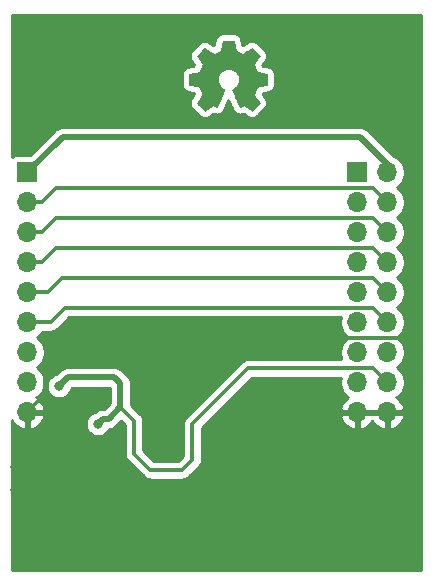
<source format=gbr>
G04 #@! TF.GenerationSoftware,KiCad,Pcbnew,5.1.5+dfsg1-2build2*
G04 #@! TF.CreationDate,2021-10-04T21:53:14-05:00*
G04 #@! TF.ProjectId,SA818_DIL,53413831-385f-4444-994c-2e6b69636164,rev?*
G04 #@! TF.SameCoordinates,Original*
G04 #@! TF.FileFunction,Copper,L2,Bot*
G04 #@! TF.FilePolarity,Positive*
%FSLAX46Y46*%
G04 Gerber Fmt 4.6, Leading zero omitted, Abs format (unit mm)*
G04 Created by KiCad (PCBNEW 5.1.5+dfsg1-2build2) date 2021-10-04 21:53:14*
%MOMM*%
%LPD*%
G04 APERTURE LIST*
%ADD10C,0.010000*%
%ADD11O,1.700000X1.700000*%
%ADD12R,1.700000X1.700000*%
%ADD13C,0.800000*%
%ADD14C,0.500000*%
%ADD15C,0.300000*%
%ADD16C,0.254000*%
G04 APERTURE END LIST*
D10*
G36*
X118443186Y-103259931D02*
G01*
X118359365Y-103704555D01*
X118050080Y-103832053D01*
X117740794Y-103959551D01*
X117369754Y-103707246D01*
X117265843Y-103636996D01*
X117171913Y-103574272D01*
X117092348Y-103521938D01*
X117031530Y-103482857D01*
X116993843Y-103459893D01*
X116983579Y-103454942D01*
X116965090Y-103467676D01*
X116925580Y-103502882D01*
X116869478Y-103556062D01*
X116801213Y-103622718D01*
X116725214Y-103698354D01*
X116645908Y-103778472D01*
X116567725Y-103858574D01*
X116495093Y-103934164D01*
X116432441Y-104000745D01*
X116384197Y-104053818D01*
X116354790Y-104088887D01*
X116347759Y-104100623D01*
X116357877Y-104122260D01*
X116386241Y-104169662D01*
X116429871Y-104238193D01*
X116485782Y-104323215D01*
X116550994Y-104420093D01*
X116588781Y-104475350D01*
X116657657Y-104576248D01*
X116718860Y-104667299D01*
X116769422Y-104743970D01*
X116806372Y-104801728D01*
X116826742Y-104836043D01*
X116829803Y-104843254D01*
X116822864Y-104863748D01*
X116803949Y-104911513D01*
X116775913Y-104979832D01*
X116741609Y-105061989D01*
X116703891Y-105151270D01*
X116665613Y-105240958D01*
X116629630Y-105324338D01*
X116598794Y-105394694D01*
X116575961Y-105445310D01*
X116563983Y-105469471D01*
X116563276Y-105470422D01*
X116544469Y-105475036D01*
X116494382Y-105485328D01*
X116418207Y-105500287D01*
X116321135Y-105518901D01*
X116208357Y-105540159D01*
X116142558Y-105552418D01*
X116022050Y-105575362D01*
X115913203Y-105597195D01*
X115821524Y-105616722D01*
X115752519Y-105632748D01*
X115711696Y-105644079D01*
X115703489Y-105647674D01*
X115695452Y-105672006D01*
X115688967Y-105726959D01*
X115684030Y-105806108D01*
X115680636Y-105903026D01*
X115678782Y-106011287D01*
X115678462Y-106124465D01*
X115679673Y-106236135D01*
X115682410Y-106339868D01*
X115686669Y-106429241D01*
X115692445Y-106497826D01*
X115699733Y-106539197D01*
X115704105Y-106547810D01*
X115730236Y-106558133D01*
X115785607Y-106572892D01*
X115862893Y-106590352D01*
X115954770Y-106608780D01*
X115986842Y-106614741D01*
X116141476Y-106643066D01*
X116263625Y-106665876D01*
X116357327Y-106684080D01*
X116426616Y-106698583D01*
X116475529Y-106710292D01*
X116508103Y-106720115D01*
X116528372Y-106728956D01*
X116540374Y-106737724D01*
X116542053Y-106739457D01*
X116558816Y-106767371D01*
X116584386Y-106821695D01*
X116616212Y-106895777D01*
X116651740Y-106982965D01*
X116688417Y-107076608D01*
X116723689Y-107170052D01*
X116755004Y-107256647D01*
X116779807Y-107329740D01*
X116795546Y-107382678D01*
X116799668Y-107408811D01*
X116799324Y-107409726D01*
X116785359Y-107431086D01*
X116753678Y-107478084D01*
X116707609Y-107545827D01*
X116650482Y-107629423D01*
X116585627Y-107723982D01*
X116567157Y-107750854D01*
X116501301Y-107848275D01*
X116443350Y-107937163D01*
X116396462Y-108012412D01*
X116363793Y-108068920D01*
X116348500Y-108101581D01*
X116347759Y-108105593D01*
X116360608Y-108126684D01*
X116396112Y-108168464D01*
X116449707Y-108226445D01*
X116516829Y-108296135D01*
X116592913Y-108373045D01*
X116673396Y-108452683D01*
X116753713Y-108530561D01*
X116829301Y-108602186D01*
X116895595Y-108663070D01*
X116948031Y-108708721D01*
X116982045Y-108734650D01*
X116991455Y-108738883D01*
X117013357Y-108728912D01*
X117058200Y-108702020D01*
X117118679Y-108662736D01*
X117165211Y-108631117D01*
X117249525Y-108573098D01*
X117349374Y-108504784D01*
X117449527Y-108436579D01*
X117503373Y-108400075D01*
X117685629Y-108276800D01*
X117838619Y-108359520D01*
X117908318Y-108395759D01*
X117967586Y-108423926D01*
X118007689Y-108439991D01*
X118017897Y-108442226D01*
X118030171Y-108425722D01*
X118054387Y-108379082D01*
X118088737Y-108306609D01*
X118131412Y-108212606D01*
X118180606Y-108101374D01*
X118234510Y-107977215D01*
X118291316Y-107844432D01*
X118349218Y-107707327D01*
X118406407Y-107570202D01*
X118461076Y-107437358D01*
X118511416Y-107313098D01*
X118555620Y-107201725D01*
X118591881Y-107107539D01*
X118618391Y-107034844D01*
X118633342Y-106987941D01*
X118635746Y-106971833D01*
X118616689Y-106951286D01*
X118574964Y-106917933D01*
X118519294Y-106878702D01*
X118514622Y-106875599D01*
X118370736Y-106760423D01*
X118254717Y-106626053D01*
X118167570Y-106476784D01*
X118110301Y-106316913D01*
X118083914Y-106150737D01*
X118089415Y-105982552D01*
X118127810Y-105816655D01*
X118200105Y-105657342D01*
X118221374Y-105622487D01*
X118332004Y-105481737D01*
X118462698Y-105368714D01*
X118608936Y-105284003D01*
X118766192Y-105228194D01*
X118929943Y-105201874D01*
X119095667Y-105205630D01*
X119258838Y-105240050D01*
X119414935Y-105305723D01*
X119559433Y-105403235D01*
X119604131Y-105442813D01*
X119717888Y-105566703D01*
X119800782Y-105697124D01*
X119857644Y-105843315D01*
X119889313Y-105988088D01*
X119897131Y-106150860D01*
X119871062Y-106314440D01*
X119813755Y-106473298D01*
X119727856Y-106621906D01*
X119616014Y-106754735D01*
X119480877Y-106866256D01*
X119463117Y-106878011D01*
X119406850Y-106916508D01*
X119364077Y-106949863D01*
X119343628Y-106971160D01*
X119343331Y-106971833D01*
X119347721Y-106994871D01*
X119365124Y-107047157D01*
X119393732Y-107124390D01*
X119431735Y-107222268D01*
X119477326Y-107336491D01*
X119528697Y-107462758D01*
X119584038Y-107596767D01*
X119641542Y-107734218D01*
X119699399Y-107870808D01*
X119755802Y-108002237D01*
X119808942Y-108124205D01*
X119857010Y-108232409D01*
X119898199Y-108322549D01*
X119930699Y-108390323D01*
X119952703Y-108431430D01*
X119961564Y-108442226D01*
X119988640Y-108433819D01*
X120039303Y-108411272D01*
X120104817Y-108378613D01*
X120140841Y-108359520D01*
X120293832Y-108276800D01*
X120476088Y-108400075D01*
X120569125Y-108463228D01*
X120670985Y-108532727D01*
X120766438Y-108598165D01*
X120814250Y-108631117D01*
X120881495Y-108676273D01*
X120938436Y-108712057D01*
X120977646Y-108733938D01*
X120990381Y-108738563D01*
X121008917Y-108726085D01*
X121049941Y-108691252D01*
X121109475Y-108637678D01*
X121183542Y-108568983D01*
X121268165Y-108488781D01*
X121321685Y-108437286D01*
X121415319Y-108345286D01*
X121496241Y-108262999D01*
X121561177Y-108193945D01*
X121606858Y-108141644D01*
X121630011Y-108109616D01*
X121632232Y-108103116D01*
X121621924Y-108078394D01*
X121593439Y-108028405D01*
X121549937Y-107958212D01*
X121494577Y-107872875D01*
X121430520Y-107777456D01*
X121412303Y-107750854D01*
X121345927Y-107654167D01*
X121286378Y-107567117D01*
X121236984Y-107494595D01*
X121201075Y-107441493D01*
X121181981Y-107412703D01*
X121180136Y-107409726D01*
X121182895Y-107386782D01*
X121197538Y-107336336D01*
X121221513Y-107265041D01*
X121252266Y-107179547D01*
X121287244Y-107086507D01*
X121323893Y-106992574D01*
X121359661Y-106904399D01*
X121391994Y-106828634D01*
X121418338Y-106771931D01*
X121436142Y-106740943D01*
X121437407Y-106739457D01*
X121448294Y-106730601D01*
X121466682Y-106721843D01*
X121496606Y-106712277D01*
X121542103Y-106700996D01*
X121607209Y-106687093D01*
X121695961Y-106669663D01*
X121812393Y-106647798D01*
X121960542Y-106620591D01*
X121992618Y-106614741D01*
X122087686Y-106596374D01*
X122170565Y-106578405D01*
X122233930Y-106562569D01*
X122270458Y-106550600D01*
X122275356Y-106547810D01*
X122283427Y-106523072D01*
X122289987Y-106467790D01*
X122295033Y-106388389D01*
X122298559Y-106291296D01*
X122300561Y-106182938D01*
X122301036Y-106069740D01*
X122299977Y-105958128D01*
X122297382Y-105854529D01*
X122293246Y-105765368D01*
X122287563Y-105697072D01*
X122280331Y-105656066D01*
X122275971Y-105647674D01*
X122251698Y-105639208D01*
X122196426Y-105625435D01*
X122115662Y-105607550D01*
X122014912Y-105586748D01*
X121899683Y-105564223D01*
X121836902Y-105552418D01*
X121717787Y-105530151D01*
X121611565Y-105509979D01*
X121523427Y-105492915D01*
X121458566Y-105479969D01*
X121422174Y-105472155D01*
X121416184Y-105470422D01*
X121406061Y-105450890D01*
X121384662Y-105403843D01*
X121354839Y-105336003D01*
X121319445Y-105254091D01*
X121281332Y-105164828D01*
X121243353Y-105074935D01*
X121208360Y-104991135D01*
X121179206Y-104920147D01*
X121158743Y-104868694D01*
X121149823Y-104843497D01*
X121149657Y-104842396D01*
X121159769Y-104822519D01*
X121188117Y-104776777D01*
X121231723Y-104709717D01*
X121287606Y-104625884D01*
X121352787Y-104529826D01*
X121390679Y-104474650D01*
X121459725Y-104373481D01*
X121521050Y-104281630D01*
X121571663Y-104203744D01*
X121608571Y-104144469D01*
X121628782Y-104108451D01*
X121631701Y-104100377D01*
X121619153Y-104081584D01*
X121584463Y-104041457D01*
X121532063Y-103984493D01*
X121466384Y-103915185D01*
X121391856Y-103838031D01*
X121312913Y-103757525D01*
X121233983Y-103678163D01*
X121159500Y-103604440D01*
X121093894Y-103540852D01*
X121041596Y-103491894D01*
X121007039Y-103462061D01*
X120995478Y-103454942D01*
X120976654Y-103464953D01*
X120931631Y-103493078D01*
X120864787Y-103536454D01*
X120780499Y-103592218D01*
X120683144Y-103657506D01*
X120609707Y-103707246D01*
X120238667Y-103959551D01*
X119620095Y-103704555D01*
X119536275Y-103259931D01*
X119452454Y-102815307D01*
X118527006Y-102815307D01*
X118443186Y-103259931D01*
G37*
X118443186Y-103259931D02*
X118359365Y-103704555D01*
X118050080Y-103832053D01*
X117740794Y-103959551D01*
X117369754Y-103707246D01*
X117265843Y-103636996D01*
X117171913Y-103574272D01*
X117092348Y-103521938D01*
X117031530Y-103482857D01*
X116993843Y-103459893D01*
X116983579Y-103454942D01*
X116965090Y-103467676D01*
X116925580Y-103502882D01*
X116869478Y-103556062D01*
X116801213Y-103622718D01*
X116725214Y-103698354D01*
X116645908Y-103778472D01*
X116567725Y-103858574D01*
X116495093Y-103934164D01*
X116432441Y-104000745D01*
X116384197Y-104053818D01*
X116354790Y-104088887D01*
X116347759Y-104100623D01*
X116357877Y-104122260D01*
X116386241Y-104169662D01*
X116429871Y-104238193D01*
X116485782Y-104323215D01*
X116550994Y-104420093D01*
X116588781Y-104475350D01*
X116657657Y-104576248D01*
X116718860Y-104667299D01*
X116769422Y-104743970D01*
X116806372Y-104801728D01*
X116826742Y-104836043D01*
X116829803Y-104843254D01*
X116822864Y-104863748D01*
X116803949Y-104911513D01*
X116775913Y-104979832D01*
X116741609Y-105061989D01*
X116703891Y-105151270D01*
X116665613Y-105240958D01*
X116629630Y-105324338D01*
X116598794Y-105394694D01*
X116575961Y-105445310D01*
X116563983Y-105469471D01*
X116563276Y-105470422D01*
X116544469Y-105475036D01*
X116494382Y-105485328D01*
X116418207Y-105500287D01*
X116321135Y-105518901D01*
X116208357Y-105540159D01*
X116142558Y-105552418D01*
X116022050Y-105575362D01*
X115913203Y-105597195D01*
X115821524Y-105616722D01*
X115752519Y-105632748D01*
X115711696Y-105644079D01*
X115703489Y-105647674D01*
X115695452Y-105672006D01*
X115688967Y-105726959D01*
X115684030Y-105806108D01*
X115680636Y-105903026D01*
X115678782Y-106011287D01*
X115678462Y-106124465D01*
X115679673Y-106236135D01*
X115682410Y-106339868D01*
X115686669Y-106429241D01*
X115692445Y-106497826D01*
X115699733Y-106539197D01*
X115704105Y-106547810D01*
X115730236Y-106558133D01*
X115785607Y-106572892D01*
X115862893Y-106590352D01*
X115954770Y-106608780D01*
X115986842Y-106614741D01*
X116141476Y-106643066D01*
X116263625Y-106665876D01*
X116357327Y-106684080D01*
X116426616Y-106698583D01*
X116475529Y-106710292D01*
X116508103Y-106720115D01*
X116528372Y-106728956D01*
X116540374Y-106737724D01*
X116542053Y-106739457D01*
X116558816Y-106767371D01*
X116584386Y-106821695D01*
X116616212Y-106895777D01*
X116651740Y-106982965D01*
X116688417Y-107076608D01*
X116723689Y-107170052D01*
X116755004Y-107256647D01*
X116779807Y-107329740D01*
X116795546Y-107382678D01*
X116799668Y-107408811D01*
X116799324Y-107409726D01*
X116785359Y-107431086D01*
X116753678Y-107478084D01*
X116707609Y-107545827D01*
X116650482Y-107629423D01*
X116585627Y-107723982D01*
X116567157Y-107750854D01*
X116501301Y-107848275D01*
X116443350Y-107937163D01*
X116396462Y-108012412D01*
X116363793Y-108068920D01*
X116348500Y-108101581D01*
X116347759Y-108105593D01*
X116360608Y-108126684D01*
X116396112Y-108168464D01*
X116449707Y-108226445D01*
X116516829Y-108296135D01*
X116592913Y-108373045D01*
X116673396Y-108452683D01*
X116753713Y-108530561D01*
X116829301Y-108602186D01*
X116895595Y-108663070D01*
X116948031Y-108708721D01*
X116982045Y-108734650D01*
X116991455Y-108738883D01*
X117013357Y-108728912D01*
X117058200Y-108702020D01*
X117118679Y-108662736D01*
X117165211Y-108631117D01*
X117249525Y-108573098D01*
X117349374Y-108504784D01*
X117449527Y-108436579D01*
X117503373Y-108400075D01*
X117685629Y-108276800D01*
X117838619Y-108359520D01*
X117908318Y-108395759D01*
X117967586Y-108423926D01*
X118007689Y-108439991D01*
X118017897Y-108442226D01*
X118030171Y-108425722D01*
X118054387Y-108379082D01*
X118088737Y-108306609D01*
X118131412Y-108212606D01*
X118180606Y-108101374D01*
X118234510Y-107977215D01*
X118291316Y-107844432D01*
X118349218Y-107707327D01*
X118406407Y-107570202D01*
X118461076Y-107437358D01*
X118511416Y-107313098D01*
X118555620Y-107201725D01*
X118591881Y-107107539D01*
X118618391Y-107034844D01*
X118633342Y-106987941D01*
X118635746Y-106971833D01*
X118616689Y-106951286D01*
X118574964Y-106917933D01*
X118519294Y-106878702D01*
X118514622Y-106875599D01*
X118370736Y-106760423D01*
X118254717Y-106626053D01*
X118167570Y-106476784D01*
X118110301Y-106316913D01*
X118083914Y-106150737D01*
X118089415Y-105982552D01*
X118127810Y-105816655D01*
X118200105Y-105657342D01*
X118221374Y-105622487D01*
X118332004Y-105481737D01*
X118462698Y-105368714D01*
X118608936Y-105284003D01*
X118766192Y-105228194D01*
X118929943Y-105201874D01*
X119095667Y-105205630D01*
X119258838Y-105240050D01*
X119414935Y-105305723D01*
X119559433Y-105403235D01*
X119604131Y-105442813D01*
X119717888Y-105566703D01*
X119800782Y-105697124D01*
X119857644Y-105843315D01*
X119889313Y-105988088D01*
X119897131Y-106150860D01*
X119871062Y-106314440D01*
X119813755Y-106473298D01*
X119727856Y-106621906D01*
X119616014Y-106754735D01*
X119480877Y-106866256D01*
X119463117Y-106878011D01*
X119406850Y-106916508D01*
X119364077Y-106949863D01*
X119343628Y-106971160D01*
X119343331Y-106971833D01*
X119347721Y-106994871D01*
X119365124Y-107047157D01*
X119393732Y-107124390D01*
X119431735Y-107222268D01*
X119477326Y-107336491D01*
X119528697Y-107462758D01*
X119584038Y-107596767D01*
X119641542Y-107734218D01*
X119699399Y-107870808D01*
X119755802Y-108002237D01*
X119808942Y-108124205D01*
X119857010Y-108232409D01*
X119898199Y-108322549D01*
X119930699Y-108390323D01*
X119952703Y-108431430D01*
X119961564Y-108442226D01*
X119988640Y-108433819D01*
X120039303Y-108411272D01*
X120104817Y-108378613D01*
X120140841Y-108359520D01*
X120293832Y-108276800D01*
X120476088Y-108400075D01*
X120569125Y-108463228D01*
X120670985Y-108532727D01*
X120766438Y-108598165D01*
X120814250Y-108631117D01*
X120881495Y-108676273D01*
X120938436Y-108712057D01*
X120977646Y-108733938D01*
X120990381Y-108738563D01*
X121008917Y-108726085D01*
X121049941Y-108691252D01*
X121109475Y-108637678D01*
X121183542Y-108568983D01*
X121268165Y-108488781D01*
X121321685Y-108437286D01*
X121415319Y-108345286D01*
X121496241Y-108262999D01*
X121561177Y-108193945D01*
X121606858Y-108141644D01*
X121630011Y-108109616D01*
X121632232Y-108103116D01*
X121621924Y-108078394D01*
X121593439Y-108028405D01*
X121549937Y-107958212D01*
X121494577Y-107872875D01*
X121430520Y-107777456D01*
X121412303Y-107750854D01*
X121345927Y-107654167D01*
X121286378Y-107567117D01*
X121236984Y-107494595D01*
X121201075Y-107441493D01*
X121181981Y-107412703D01*
X121180136Y-107409726D01*
X121182895Y-107386782D01*
X121197538Y-107336336D01*
X121221513Y-107265041D01*
X121252266Y-107179547D01*
X121287244Y-107086507D01*
X121323893Y-106992574D01*
X121359661Y-106904399D01*
X121391994Y-106828634D01*
X121418338Y-106771931D01*
X121436142Y-106740943D01*
X121437407Y-106739457D01*
X121448294Y-106730601D01*
X121466682Y-106721843D01*
X121496606Y-106712277D01*
X121542103Y-106700996D01*
X121607209Y-106687093D01*
X121695961Y-106669663D01*
X121812393Y-106647798D01*
X121960542Y-106620591D01*
X121992618Y-106614741D01*
X122087686Y-106596374D01*
X122170565Y-106578405D01*
X122233930Y-106562569D01*
X122270458Y-106550600D01*
X122275356Y-106547810D01*
X122283427Y-106523072D01*
X122289987Y-106467790D01*
X122295033Y-106388389D01*
X122298559Y-106291296D01*
X122300561Y-106182938D01*
X122301036Y-106069740D01*
X122299977Y-105958128D01*
X122297382Y-105854529D01*
X122293246Y-105765368D01*
X122287563Y-105697072D01*
X122280331Y-105656066D01*
X122275971Y-105647674D01*
X122251698Y-105639208D01*
X122196426Y-105625435D01*
X122115662Y-105607550D01*
X122014912Y-105586748D01*
X121899683Y-105564223D01*
X121836902Y-105552418D01*
X121717787Y-105530151D01*
X121611565Y-105509979D01*
X121523427Y-105492915D01*
X121458566Y-105479969D01*
X121422174Y-105472155D01*
X121416184Y-105470422D01*
X121406061Y-105450890D01*
X121384662Y-105403843D01*
X121354839Y-105336003D01*
X121319445Y-105254091D01*
X121281332Y-105164828D01*
X121243353Y-105074935D01*
X121208360Y-104991135D01*
X121179206Y-104920147D01*
X121158743Y-104868694D01*
X121149823Y-104843497D01*
X121149657Y-104842396D01*
X121159769Y-104822519D01*
X121188117Y-104776777D01*
X121231723Y-104709717D01*
X121287606Y-104625884D01*
X121352787Y-104529826D01*
X121390679Y-104474650D01*
X121459725Y-104373481D01*
X121521050Y-104281630D01*
X121571663Y-104203744D01*
X121608571Y-104144469D01*
X121628782Y-104108451D01*
X121631701Y-104100377D01*
X121619153Y-104081584D01*
X121584463Y-104041457D01*
X121532063Y-103984493D01*
X121466384Y-103915185D01*
X121391856Y-103838031D01*
X121312913Y-103757525D01*
X121233983Y-103678163D01*
X121159500Y-103604440D01*
X121093894Y-103540852D01*
X121041596Y-103491894D01*
X121007039Y-103462061D01*
X120995478Y-103454942D01*
X120976654Y-103464953D01*
X120931631Y-103493078D01*
X120864787Y-103536454D01*
X120780499Y-103592218D01*
X120683144Y-103657506D01*
X120609707Y-103707246D01*
X120238667Y-103959551D01*
X119620095Y-103704555D01*
X119536275Y-103259931D01*
X119452454Y-102815307D01*
X118527006Y-102815307D01*
X118443186Y-103259931D01*
D11*
X132461000Y-134290000D03*
X129921000Y-134290000D03*
X132461000Y-131750000D03*
X129921000Y-131750000D03*
X132461000Y-129210000D03*
X129921000Y-129210000D03*
X132461000Y-126670000D03*
X129921000Y-126670000D03*
X132461000Y-124130000D03*
X129921000Y-124130000D03*
X132461000Y-121590000D03*
X129921000Y-121590000D03*
X132461000Y-119050000D03*
X129921000Y-119050000D03*
X132461000Y-116510000D03*
X129921000Y-116510000D03*
X132461000Y-113970000D03*
D12*
X129921000Y-113970000D03*
D11*
X101981000Y-134290000D03*
X101981000Y-131750000D03*
X101981000Y-129210000D03*
X101981000Y-126670000D03*
X101981000Y-124130000D03*
X101981000Y-121590000D03*
X101981000Y-119050000D03*
X101981000Y-116510000D03*
D12*
X101981000Y-113970000D03*
D13*
X107950000Y-135255000D03*
X104648000Y-132080000D03*
X112395000Y-135382000D03*
X102616000Y-136144000D03*
X101219000Y-137160000D03*
X105283000Y-134747000D03*
X105029000Y-137160000D03*
X103632000Y-138430000D03*
X100965000Y-138938000D03*
X100965000Y-140843000D03*
X101346000Y-143510000D03*
X105029000Y-143510000D03*
X107442000Y-143383000D03*
X108712000Y-145161000D03*
X106045000Y-140208000D03*
X107442000Y-140335000D03*
X110490000Y-140589000D03*
X113538000Y-140462000D03*
X116586000Y-140716000D03*
X119507000Y-140335000D03*
X121920000Y-140589000D03*
X124968000Y-140589000D03*
X127254000Y-140589000D03*
X129413000Y-141859000D03*
X127127000Y-143510000D03*
X125730000Y-143129000D03*
X124206000Y-143129000D03*
X120777000Y-143637000D03*
X119507000Y-143510000D03*
X118237000Y-143637000D03*
X113538000Y-143510000D03*
X112014000Y-143764000D03*
X106045000Y-139192000D03*
X106553000Y-145034000D03*
X106553000Y-147193000D03*
X108966000Y-147193000D03*
X112014000Y-147193000D03*
X114935000Y-143637000D03*
X112141000Y-145542000D03*
X115062000Y-147193000D03*
X118364000Y-145415000D03*
X114808000Y-145415000D03*
X118364000Y-147066000D03*
X120777000Y-145415000D03*
X120777000Y-147193000D03*
X124206000Y-145415000D03*
X123825000Y-147193000D03*
X125603000Y-145542000D03*
X125730000Y-147320000D03*
X131826000Y-147193000D03*
X131699000Y-145669000D03*
X130302000Y-143637000D03*
X135001000Y-136398000D03*
X127762000Y-136525000D03*
X134620000Y-147193000D03*
X127508000Y-138303000D03*
X108712000Y-143510000D03*
D14*
X108349999Y-134855001D02*
X108857999Y-134855001D01*
X107950000Y-135255000D02*
X108349999Y-134855001D01*
X108857999Y-134855001D02*
X109855000Y-133858000D01*
X109855000Y-133858000D02*
X109855000Y-131826000D01*
X109855000Y-131826000D02*
X109347000Y-131318000D01*
X105410000Y-131318000D02*
X104648000Y-132080000D01*
X109347000Y-131318000D02*
X105410000Y-131318000D01*
D15*
X110998000Y-137795000D02*
X110998000Y-135001000D01*
X112395000Y-139192000D02*
X110998000Y-137795000D01*
X115062000Y-139192000D02*
X112395000Y-139192000D01*
X120650000Y-130556000D02*
X115951000Y-135255000D01*
X115951000Y-138303000D02*
X115062000Y-139192000D01*
X115951000Y-135255000D02*
X115951000Y-138303000D01*
X129338998Y-130556000D02*
X120650000Y-130556000D01*
X129344999Y-130549999D02*
X129338998Y-130556000D01*
X110998000Y-135001000D02*
X109855000Y-133858000D01*
X131260999Y-130549999D02*
X129344999Y-130549999D01*
X132461000Y-131750000D02*
X131260999Y-130549999D01*
X131260999Y-125469999D02*
X105162001Y-125469999D01*
X132461000Y-126670000D02*
X131260999Y-125469999D01*
X103962000Y-126670000D02*
X101981000Y-126670000D01*
X105162001Y-125469999D02*
X103962000Y-126670000D01*
X103708000Y-124130000D02*
X101981000Y-124130000D01*
X129338998Y-122936000D02*
X104902000Y-122936000D01*
X129344999Y-122929999D02*
X129338998Y-122936000D01*
X130497001Y-122929999D02*
X129344999Y-122929999D01*
X104902000Y-122936000D02*
X103708000Y-124130000D01*
X130503002Y-122936000D02*
X130497001Y-122929999D01*
X131267000Y-122936000D02*
X130503002Y-122936000D01*
X132461000Y-124130000D02*
X131267000Y-122936000D01*
X103251000Y-121539000D02*
X102032000Y-121539000D01*
X104400001Y-120389999D02*
X103251000Y-121539000D01*
X131260999Y-120389999D02*
X104400001Y-120389999D01*
X102032000Y-121539000D02*
X101981000Y-121590000D01*
X132461000Y-121590000D02*
X131260999Y-120389999D01*
X104394000Y-117856000D02*
X103200000Y-119050000D01*
X129344999Y-117849999D02*
X129338998Y-117856000D01*
X130497001Y-117849999D02*
X129344999Y-117849999D01*
X103200000Y-119050000D02*
X101981000Y-119050000D01*
X130503002Y-117856000D02*
X130497001Y-117849999D01*
X131267000Y-117856000D02*
X130503002Y-117856000D01*
X129338998Y-117856000D02*
X104394000Y-117856000D01*
X132461000Y-119050000D02*
X131267000Y-117856000D01*
X103200000Y-116510000D02*
X101981000Y-116510000D01*
X104400001Y-115309999D02*
X103200000Y-116510000D01*
X131260999Y-115309999D02*
X104400001Y-115309999D01*
X132461000Y-116510000D02*
X131260999Y-115309999D01*
D14*
X104953000Y-110998000D02*
X101981000Y-113970000D01*
X130175000Y-110998000D02*
X104953000Y-110998000D01*
X132461000Y-113284000D02*
X130175000Y-110998000D01*
X132461000Y-113970000D02*
X132461000Y-113284000D01*
D15*
X133663081Y-134290000D02*
X132461000Y-134290000D01*
X134366000Y-133587081D02*
X133663081Y-134290000D01*
X133724999Y-128009999D02*
X134366000Y-128651000D01*
X113036001Y-128009999D02*
X133724999Y-128009999D01*
X134366000Y-128651000D02*
X134366000Y-133587081D01*
X102830999Y-133440001D02*
X102830999Y-133389001D01*
X101981000Y-134290000D02*
X102830999Y-133440001D01*
X102830999Y-133389001D02*
X103505000Y-132715000D01*
X103505000Y-132715000D02*
X103505000Y-130683000D01*
X104013000Y-130175000D02*
X103505000Y-130683000D01*
X110871000Y-130175000D02*
X104013000Y-130175000D01*
X110744000Y-130302000D02*
X110871000Y-130175000D01*
X110871000Y-130175000D02*
X113036001Y-128009999D01*
X112395000Y-131699000D02*
X110871000Y-130175000D01*
X112395000Y-135382000D02*
X112395000Y-131699000D01*
D16*
G36*
X135340001Y-147600000D02*
G01*
X100660000Y-147600000D01*
X100660000Y-134953292D01*
X100709359Y-135056920D01*
X100883412Y-135290269D01*
X101099645Y-135485178D01*
X101349748Y-135634157D01*
X101624109Y-135731481D01*
X101854000Y-135610814D01*
X101854000Y-134417000D01*
X102108000Y-134417000D01*
X102108000Y-135610814D01*
X102337891Y-135731481D01*
X102612252Y-135634157D01*
X102862355Y-135485178D01*
X103078588Y-135290269D01*
X103252641Y-135056920D01*
X103377825Y-134794099D01*
X103422476Y-134646890D01*
X103301155Y-134417000D01*
X102108000Y-134417000D01*
X101854000Y-134417000D01*
X101834000Y-134417000D01*
X101834000Y-134163000D01*
X101854000Y-134163000D01*
X101854000Y-134143000D01*
X102108000Y-134143000D01*
X102108000Y-134163000D01*
X103301155Y-134163000D01*
X103422476Y-133933110D01*
X103377825Y-133785901D01*
X103252641Y-133523080D01*
X103078588Y-133289731D01*
X102862355Y-133094822D01*
X102745466Y-133025195D01*
X102927632Y-132903475D01*
X103134475Y-132696632D01*
X103296990Y-132453411D01*
X103408932Y-132183158D01*
X103466000Y-131896260D01*
X103466000Y-131603740D01*
X103408932Y-131316842D01*
X103296990Y-131046589D01*
X103134475Y-130803368D01*
X102927632Y-130596525D01*
X102753240Y-130480000D01*
X102927632Y-130363475D01*
X103134475Y-130156632D01*
X103296990Y-129913411D01*
X103408932Y-129643158D01*
X103466000Y-129356260D01*
X103466000Y-129063740D01*
X103408932Y-128776842D01*
X103296990Y-128506589D01*
X103134475Y-128263368D01*
X102927632Y-128056525D01*
X102753240Y-127940000D01*
X102927632Y-127823475D01*
X103134475Y-127616632D01*
X103242474Y-127455000D01*
X103923447Y-127455000D01*
X103962000Y-127458797D01*
X104000553Y-127455000D01*
X104000561Y-127455000D01*
X104115887Y-127443641D01*
X104263860Y-127398754D01*
X104400233Y-127325862D01*
X104519764Y-127227764D01*
X104544347Y-127197810D01*
X105487158Y-126254999D01*
X128489456Y-126254999D01*
X128436000Y-126523740D01*
X128436000Y-126816260D01*
X128493068Y-127103158D01*
X128605010Y-127373411D01*
X128767525Y-127616632D01*
X128974368Y-127823475D01*
X129148760Y-127940000D01*
X128974368Y-128056525D01*
X128767525Y-128263368D01*
X128605010Y-128506589D01*
X128493068Y-128776842D01*
X128436000Y-129063740D01*
X128436000Y-129356260D01*
X128493068Y-129643158D01*
X128546022Y-129771000D01*
X120688556Y-129771000D01*
X120650000Y-129767203D01*
X120611444Y-129771000D01*
X120611439Y-129771000D01*
X120571026Y-129774980D01*
X120496113Y-129782358D01*
X120348140Y-129827246D01*
X120211767Y-129900138D01*
X120092236Y-129998236D01*
X120067655Y-130028188D01*
X115423190Y-134672653D01*
X115393236Y-134697236D01*
X115295138Y-134816768D01*
X115222246Y-134953141D01*
X115177359Y-135101114D01*
X115166000Y-135216440D01*
X115166000Y-135216447D01*
X115162203Y-135255000D01*
X115166000Y-135293553D01*
X115166001Y-137977842D01*
X114736843Y-138407000D01*
X112720158Y-138407000D01*
X111783000Y-137469843D01*
X111783000Y-135039552D01*
X111786797Y-135000999D01*
X111783000Y-134962446D01*
X111783000Y-134962439D01*
X111771641Y-134847113D01*
X111755560Y-134794099D01*
X111726754Y-134699140D01*
X111671211Y-134595226D01*
X111653862Y-134562767D01*
X111591531Y-134486817D01*
X111580345Y-134473187D01*
X111580342Y-134473184D01*
X111555764Y-134443236D01*
X111525815Y-134418658D01*
X110740000Y-133632843D01*
X110740000Y-131869465D01*
X110744281Y-131825999D01*
X110740000Y-131782533D01*
X110740000Y-131782523D01*
X110727195Y-131652510D01*
X110676589Y-131485687D01*
X110594411Y-131331941D01*
X110483817Y-131197183D01*
X110450044Y-131169466D01*
X110003534Y-130722956D01*
X109975817Y-130689183D01*
X109841059Y-130578589D01*
X109687313Y-130496411D01*
X109520490Y-130445805D01*
X109390477Y-130433000D01*
X109390469Y-130433000D01*
X109347000Y-130428719D01*
X109303531Y-130433000D01*
X105453469Y-130433000D01*
X105410000Y-130428719D01*
X105366531Y-130433000D01*
X105366523Y-130433000D01*
X105236510Y-130445805D01*
X105069687Y-130496411D01*
X104969430Y-130549999D01*
X104915941Y-130578589D01*
X104814953Y-130661468D01*
X104814951Y-130661470D01*
X104781183Y-130689183D01*
X104753470Y-130722951D01*
X104402956Y-131073465D01*
X104346102Y-131084774D01*
X104157744Y-131162795D01*
X103988226Y-131276063D01*
X103844063Y-131420226D01*
X103730795Y-131589744D01*
X103652774Y-131778102D01*
X103613000Y-131978061D01*
X103613000Y-132181939D01*
X103652774Y-132381898D01*
X103730795Y-132570256D01*
X103844063Y-132739774D01*
X103988226Y-132883937D01*
X104157744Y-132997205D01*
X104346102Y-133075226D01*
X104546061Y-133115000D01*
X104749939Y-133115000D01*
X104949898Y-133075226D01*
X105138256Y-132997205D01*
X105307774Y-132883937D01*
X105451937Y-132739774D01*
X105565205Y-132570256D01*
X105643226Y-132381898D01*
X105654535Y-132325044D01*
X105776579Y-132203000D01*
X108970001Y-132203000D01*
X108970000Y-133491421D01*
X108491421Y-133970001D01*
X108393465Y-133970001D01*
X108349998Y-133965720D01*
X108306532Y-133970001D01*
X108306522Y-133970001D01*
X108176509Y-133982806D01*
X108009686Y-134033412D01*
X107855940Y-134115590D01*
X107721182Y-134226184D01*
X107702494Y-134248955D01*
X107648102Y-134259774D01*
X107459744Y-134337795D01*
X107290226Y-134451063D01*
X107146063Y-134595226D01*
X107032795Y-134764744D01*
X106954774Y-134953102D01*
X106915000Y-135153061D01*
X106915000Y-135356939D01*
X106954774Y-135556898D01*
X107032795Y-135745256D01*
X107146063Y-135914774D01*
X107290226Y-136058937D01*
X107459744Y-136172205D01*
X107648102Y-136250226D01*
X107848061Y-136290000D01*
X108051939Y-136290000D01*
X108251898Y-136250226D01*
X108440256Y-136172205D01*
X108609774Y-136058937D01*
X108753937Y-135914774D01*
X108867205Y-135745256D01*
X108868017Y-135743295D01*
X108901468Y-135740001D01*
X108901476Y-135740001D01*
X109031489Y-135727196D01*
X109198312Y-135676590D01*
X109352058Y-135594412D01*
X109486816Y-135483818D01*
X109514533Y-135450045D01*
X109925710Y-135038868D01*
X110213001Y-135326159D01*
X110213000Y-137756447D01*
X110209203Y-137795000D01*
X110213000Y-137833553D01*
X110213000Y-137833560D01*
X110224359Y-137948886D01*
X110269246Y-138096859D01*
X110342138Y-138233232D01*
X110440236Y-138352764D01*
X110470190Y-138377347D01*
X111812658Y-139719816D01*
X111837236Y-139749764D01*
X111867184Y-139774342D01*
X111867187Y-139774345D01*
X111896559Y-139798450D01*
X111956767Y-139847862D01*
X112093140Y-139920754D01*
X112206672Y-139955194D01*
X112241112Y-139965641D01*
X112255490Y-139967057D01*
X112356439Y-139977000D01*
X112356446Y-139977000D01*
X112394999Y-139980797D01*
X112433552Y-139977000D01*
X115023447Y-139977000D01*
X115062000Y-139980797D01*
X115100553Y-139977000D01*
X115100561Y-139977000D01*
X115215887Y-139965641D01*
X115363860Y-139920754D01*
X115500233Y-139847862D01*
X115619764Y-139749764D01*
X115644347Y-139719810D01*
X116478810Y-138885347D01*
X116508764Y-138860764D01*
X116606862Y-138741233D01*
X116679754Y-138604860D01*
X116700601Y-138536138D01*
X116724642Y-138456887D01*
X116732020Y-138381974D01*
X116736000Y-138341561D01*
X116736000Y-138341556D01*
X116739797Y-138303000D01*
X116736000Y-138264444D01*
X116736000Y-135580157D01*
X117669267Y-134646890D01*
X128479524Y-134646890D01*
X128524175Y-134794099D01*
X128649359Y-135056920D01*
X128823412Y-135290269D01*
X129039645Y-135485178D01*
X129289748Y-135634157D01*
X129564109Y-135731481D01*
X129794000Y-135610814D01*
X129794000Y-134417000D01*
X130048000Y-134417000D01*
X130048000Y-135610814D01*
X130277891Y-135731481D01*
X130552252Y-135634157D01*
X130802355Y-135485178D01*
X131018588Y-135290269D01*
X131191000Y-135059120D01*
X131363412Y-135290269D01*
X131579645Y-135485178D01*
X131829748Y-135634157D01*
X132104109Y-135731481D01*
X132334000Y-135610814D01*
X132334000Y-134417000D01*
X132588000Y-134417000D01*
X132588000Y-135610814D01*
X132817891Y-135731481D01*
X133092252Y-135634157D01*
X133342355Y-135485178D01*
X133558588Y-135290269D01*
X133732641Y-135056920D01*
X133857825Y-134794099D01*
X133902476Y-134646890D01*
X133781155Y-134417000D01*
X132588000Y-134417000D01*
X132334000Y-134417000D01*
X130048000Y-134417000D01*
X129794000Y-134417000D01*
X128600845Y-134417000D01*
X128479524Y-134646890D01*
X117669267Y-134646890D01*
X120975157Y-131341000D01*
X128488263Y-131341000D01*
X128436000Y-131603740D01*
X128436000Y-131896260D01*
X128493068Y-132183158D01*
X128605010Y-132453411D01*
X128767525Y-132696632D01*
X128974368Y-132903475D01*
X129156534Y-133025195D01*
X129039645Y-133094822D01*
X128823412Y-133289731D01*
X128649359Y-133523080D01*
X128524175Y-133785901D01*
X128479524Y-133933110D01*
X128600845Y-134163000D01*
X129794000Y-134163000D01*
X129794000Y-134143000D01*
X130048000Y-134143000D01*
X130048000Y-134163000D01*
X132334000Y-134163000D01*
X132334000Y-134143000D01*
X132588000Y-134143000D01*
X132588000Y-134163000D01*
X133781155Y-134163000D01*
X133902476Y-133933110D01*
X133857825Y-133785901D01*
X133732641Y-133523080D01*
X133558588Y-133289731D01*
X133342355Y-133094822D01*
X133225466Y-133025195D01*
X133407632Y-132903475D01*
X133614475Y-132696632D01*
X133776990Y-132453411D01*
X133888932Y-132183158D01*
X133946000Y-131896260D01*
X133946000Y-131603740D01*
X133888932Y-131316842D01*
X133776990Y-131046589D01*
X133614475Y-130803368D01*
X133407632Y-130596525D01*
X133233240Y-130480000D01*
X133407632Y-130363475D01*
X133614475Y-130156632D01*
X133776990Y-129913411D01*
X133888932Y-129643158D01*
X133946000Y-129356260D01*
X133946000Y-129063740D01*
X133888932Y-128776842D01*
X133776990Y-128506589D01*
X133614475Y-128263368D01*
X133407632Y-128056525D01*
X133233240Y-127940000D01*
X133407632Y-127823475D01*
X133614475Y-127616632D01*
X133776990Y-127373411D01*
X133888932Y-127103158D01*
X133946000Y-126816260D01*
X133946000Y-126523740D01*
X133888932Y-126236842D01*
X133776990Y-125966589D01*
X133614475Y-125723368D01*
X133407632Y-125516525D01*
X133233240Y-125400000D01*
X133407632Y-125283475D01*
X133614475Y-125076632D01*
X133776990Y-124833411D01*
X133888932Y-124563158D01*
X133946000Y-124276260D01*
X133946000Y-123983740D01*
X133888932Y-123696842D01*
X133776990Y-123426589D01*
X133614475Y-123183368D01*
X133407632Y-122976525D01*
X133233240Y-122860000D01*
X133407632Y-122743475D01*
X133614475Y-122536632D01*
X133776990Y-122293411D01*
X133888932Y-122023158D01*
X133946000Y-121736260D01*
X133946000Y-121443740D01*
X133888932Y-121156842D01*
X133776990Y-120886589D01*
X133614475Y-120643368D01*
X133407632Y-120436525D01*
X133233240Y-120320000D01*
X133407632Y-120203475D01*
X133614475Y-119996632D01*
X133776990Y-119753411D01*
X133888932Y-119483158D01*
X133946000Y-119196260D01*
X133946000Y-118903740D01*
X133888932Y-118616842D01*
X133776990Y-118346589D01*
X133614475Y-118103368D01*
X133407632Y-117896525D01*
X133233240Y-117780000D01*
X133407632Y-117663475D01*
X133614475Y-117456632D01*
X133776990Y-117213411D01*
X133888932Y-116943158D01*
X133946000Y-116656260D01*
X133946000Y-116363740D01*
X133888932Y-116076842D01*
X133776990Y-115806589D01*
X133614475Y-115563368D01*
X133407632Y-115356525D01*
X133233240Y-115240000D01*
X133407632Y-115123475D01*
X133614475Y-114916632D01*
X133776990Y-114673411D01*
X133888932Y-114403158D01*
X133946000Y-114116260D01*
X133946000Y-113823740D01*
X133888932Y-113536842D01*
X133776990Y-113266589D01*
X133614475Y-113023368D01*
X133407632Y-112816525D01*
X133164411Y-112654010D01*
X133024732Y-112596153D01*
X130831534Y-110402956D01*
X130803817Y-110369183D01*
X130669059Y-110258589D01*
X130515313Y-110176411D01*
X130348490Y-110125805D01*
X130218477Y-110113000D01*
X130218469Y-110113000D01*
X130175000Y-110108719D01*
X130131531Y-110113000D01*
X104996469Y-110113000D01*
X104953000Y-110108719D01*
X104909531Y-110113000D01*
X104909523Y-110113000D01*
X104779510Y-110125805D01*
X104612687Y-110176411D01*
X104458941Y-110258589D01*
X104357953Y-110341468D01*
X104357951Y-110341470D01*
X104324183Y-110369183D01*
X104296470Y-110402951D01*
X102217494Y-112481928D01*
X101131000Y-112481928D01*
X101006518Y-112494188D01*
X100886820Y-112530498D01*
X100776506Y-112589463D01*
X100679815Y-112668815D01*
X100660000Y-112692960D01*
X100660000Y-106122469D01*
X115038465Y-106122469D01*
X115038465Y-106122655D01*
X115038466Y-106122663D01*
X115038500Y-106131405D01*
X115039711Y-106243075D01*
X115039765Y-106243574D01*
X115039722Y-106244081D01*
X115039896Y-106253016D01*
X115042633Y-106356748D01*
X115042922Y-106359065D01*
X115042772Y-106361403D01*
X115043135Y-106370332D01*
X115047394Y-106459705D01*
X115048438Y-106466834D01*
X115048238Y-106474040D01*
X115048927Y-106482950D01*
X115054703Y-106551535D01*
X115059127Y-106575609D01*
X115060661Y-106600049D01*
X115062150Y-106608860D01*
X115069438Y-106650231D01*
X115076836Y-106676744D01*
X115081289Y-106703898D01*
X115093580Y-106736751D01*
X115103009Y-106770541D01*
X115111590Y-106787536D01*
X115114301Y-106796269D01*
X115119302Y-106805501D01*
X115125057Y-106820884D01*
X115129046Y-106828880D01*
X115133418Y-106837493D01*
X115149769Y-106863146D01*
X115159309Y-106882040D01*
X115164050Y-106888110D01*
X115173793Y-106906097D01*
X115188319Y-106923629D01*
X115200553Y-106942823D01*
X115228069Y-106971604D01*
X115253485Y-107002279D01*
X115271142Y-107016657D01*
X115286869Y-107033107D01*
X115319455Y-107055999D01*
X115350341Y-107081149D01*
X115370446Y-107091820D01*
X115389076Y-107104907D01*
X115425492Y-107121034D01*
X115460670Y-107139705D01*
X115468958Y-107143046D01*
X115495089Y-107153369D01*
X115526423Y-107162328D01*
X115556782Y-107174180D01*
X115565401Y-107176542D01*
X115620771Y-107191301D01*
X115628487Y-107192568D01*
X115635873Y-107195130D01*
X115644576Y-107197160D01*
X115721862Y-107214620D01*
X115725140Y-107215030D01*
X115728284Y-107216036D01*
X115737033Y-107217854D01*
X115828910Y-107236282D01*
X115828976Y-107236289D01*
X115829046Y-107236310D01*
X115837821Y-107238004D01*
X115869892Y-107243965D01*
X115869984Y-107243973D01*
X115871529Y-107244267D01*
X116025030Y-107272385D01*
X116081919Y-107283008D01*
X116091047Y-107306314D01*
X116092814Y-107310994D01*
X116057838Y-107361989D01*
X116039729Y-107388336D01*
X116039656Y-107388468D01*
X116036938Y-107392429D01*
X115971082Y-107489850D01*
X115970665Y-107490620D01*
X115970109Y-107491294D01*
X115965176Y-107498746D01*
X115907226Y-107587634D01*
X115906256Y-107589497D01*
X115904947Y-107591153D01*
X115900169Y-107598704D01*
X115853281Y-107673953D01*
X115850562Y-107679448D01*
X115846919Y-107684383D01*
X115842393Y-107692088D01*
X115809724Y-107748596D01*
X115800138Y-107769696D01*
X115788030Y-107789461D01*
X115784184Y-107797527D01*
X115768891Y-107830188D01*
X115763982Y-107844057D01*
X115757065Y-107857032D01*
X115743180Y-107902835D01*
X115727217Y-107947937D01*
X115725098Y-107962481D01*
X115720828Y-107976565D01*
X115719144Y-107985341D01*
X115718403Y-107989354D01*
X115714892Y-108030607D01*
X115708665Y-108071546D01*
X115709608Y-108092709D01*
X115707812Y-108113810D01*
X115712380Y-108154951D01*
X115714223Y-108196328D01*
X115719259Y-108216908D01*
X115721596Y-108237953D01*
X115734072Y-108277437D01*
X115743914Y-108317655D01*
X115752846Y-108336853D01*
X115759229Y-108357055D01*
X115779137Y-108393364D01*
X115796602Y-108430903D01*
X115801199Y-108438567D01*
X115814048Y-108459658D01*
X115841586Y-108496268D01*
X115867176Y-108534268D01*
X115872915Y-108541118D01*
X115908419Y-108582898D01*
X115914830Y-108589098D01*
X115920117Y-108596283D01*
X115926137Y-108602887D01*
X115979732Y-108660868D01*
X115981306Y-108662268D01*
X115982591Y-108663941D01*
X115988745Y-108670421D01*
X116055868Y-108740111D01*
X116055888Y-108740128D01*
X116061844Y-108746234D01*
X116137928Y-108823144D01*
X116138021Y-108823221D01*
X116142759Y-108827975D01*
X116223242Y-108907613D01*
X116223343Y-108907695D01*
X116227878Y-108912154D01*
X116308195Y-108990032D01*
X116308269Y-108990091D01*
X116313507Y-108995124D01*
X116389095Y-109066749D01*
X116389507Y-109067069D01*
X116389855Y-109067469D01*
X116396395Y-109073559D01*
X116462689Y-109134443D01*
X116465918Y-109136873D01*
X116468656Y-109139855D01*
X116475355Y-109145769D01*
X116527791Y-109191420D01*
X116541129Y-109200914D01*
X116552966Y-109212233D01*
X116560035Y-109217699D01*
X116594049Y-109243628D01*
X116599288Y-109246866D01*
X116603876Y-109250971D01*
X116639189Y-109271872D01*
X116649258Y-109279717D01*
X116666418Y-109288356D01*
X116700300Y-109309297D01*
X116706063Y-109311454D01*
X116711365Y-109314592D01*
X116719489Y-109318315D01*
X116728899Y-109322547D01*
X116745327Y-109328082D01*
X116760824Y-109335884D01*
X116801611Y-109347212D01*
X116817282Y-109353077D01*
X116821627Y-109353790D01*
X116847267Y-109362429D01*
X116864462Y-109364668D01*
X116881174Y-109369310D01*
X116926279Y-109372719D01*
X116971127Y-109378560D01*
X116988431Y-109377417D01*
X117005725Y-109378724D01*
X117050627Y-109373308D01*
X117095762Y-109370326D01*
X117112518Y-109365842D01*
X117129733Y-109363766D01*
X117172732Y-109349731D01*
X117216423Y-109338040D01*
X117231981Y-109330391D01*
X117248473Y-109325008D01*
X117256631Y-109321362D01*
X117278534Y-109311391D01*
X117305971Y-109295500D01*
X117334815Y-109282325D01*
X117342510Y-109277782D01*
X117387353Y-109250890D01*
X117393005Y-109246700D01*
X117399294Y-109243550D01*
X117406822Y-109238735D01*
X117467301Y-109199451D01*
X117469016Y-109198082D01*
X117470954Y-109197060D01*
X117478380Y-109192089D01*
X117524912Y-109160470D01*
X117525026Y-109160375D01*
X117528015Y-109158349D01*
X117611704Y-109100760D01*
X117710136Y-109033416D01*
X117731568Y-109018820D01*
X117769695Y-109034094D01*
X117816193Y-109047630D01*
X117847403Y-109058224D01*
X117856160Y-109061453D01*
X117857579Y-109061679D01*
X117862090Y-109063210D01*
X117870806Y-109065181D01*
X117881014Y-109067416D01*
X117886317Y-109068044D01*
X117889623Y-109069006D01*
X117908453Y-109070664D01*
X117930388Y-109073260D01*
X117979516Y-109081074D01*
X117992326Y-109080590D01*
X118005055Y-109082097D01*
X118054622Y-109078239D01*
X118104333Y-109076363D01*
X118116811Y-109073399D01*
X118129584Y-109072405D01*
X118177460Y-109058993D01*
X118225858Y-109047497D01*
X118237515Y-109042169D01*
X118249860Y-109038711D01*
X118294236Y-109016246D01*
X118339462Y-108995576D01*
X118349863Y-108988085D01*
X118361300Y-108982295D01*
X118400471Y-108951636D01*
X118440817Y-108922578D01*
X118449562Y-108913212D01*
X118459660Y-108905309D01*
X118492124Y-108867632D01*
X118526064Y-108831285D01*
X118531446Y-108824152D01*
X118543720Y-108807648D01*
X118567895Y-108767475D01*
X118594000Y-108728537D01*
X118598173Y-108720635D01*
X118622389Y-108673995D01*
X118625057Y-108667339D01*
X118628832Y-108661240D01*
X118632715Y-108653192D01*
X118667065Y-108580719D01*
X118667335Y-108579966D01*
X118667746Y-108579278D01*
X118671497Y-108571167D01*
X118714172Y-108477164D01*
X118714216Y-108477035D01*
X118716724Y-108471469D01*
X118765918Y-108360237D01*
X118765968Y-108360085D01*
X118767666Y-108356248D01*
X118821570Y-108232089D01*
X118821615Y-108231949D01*
X118822925Y-108228945D01*
X118879731Y-108096162D01*
X118879774Y-108096027D01*
X118880895Y-108093422D01*
X118938797Y-107956318D01*
X118938837Y-107956189D01*
X118939905Y-107953678D01*
X118989699Y-107834284D01*
X118992494Y-107841053D01*
X118992558Y-107841173D01*
X118993624Y-107843772D01*
X119051128Y-107981224D01*
X119051194Y-107981347D01*
X119052230Y-107983840D01*
X119110087Y-108120429D01*
X119110151Y-108120546D01*
X119111270Y-108123205D01*
X119167673Y-108254634D01*
X119167746Y-108254767D01*
X119169072Y-108257868D01*
X119222212Y-108379837D01*
X119222288Y-108379973D01*
X119224057Y-108384031D01*
X119272125Y-108492235D01*
X119272184Y-108492339D01*
X119274903Y-108498400D01*
X119316092Y-108588540D01*
X119316829Y-108589808D01*
X119317312Y-108591194D01*
X119321120Y-108599279D01*
X119353620Y-108667053D01*
X119358674Y-108675391D01*
X119362289Y-108684449D01*
X119366451Y-108692357D01*
X119388455Y-108733464D01*
X119420744Y-108781771D01*
X119452376Y-108830521D01*
X119457860Y-108837297D01*
X119457867Y-108837308D01*
X119457875Y-108837316D01*
X119457998Y-108837468D01*
X119466859Y-108848264D01*
X119510600Y-108892039D01*
X119554038Y-108935705D01*
X119554633Y-108936106D01*
X119555147Y-108936620D01*
X119606308Y-108970897D01*
X119657649Y-109005464D01*
X119658323Y-109005747D01*
X119658916Y-109006144D01*
X119715789Y-109029844D01*
X119772838Y-109053767D01*
X119773540Y-109053911D01*
X119774211Y-109054190D01*
X119834816Y-109066434D01*
X119895214Y-109078778D01*
X119895938Y-109078782D01*
X119896644Y-109078925D01*
X119958542Y-109079165D01*
X120020118Y-109079541D01*
X120020821Y-109079406D01*
X120021549Y-109079409D01*
X120082249Y-109067634D01*
X120142792Y-109056031D01*
X120144095Y-109055636D01*
X120144169Y-109055622D01*
X120144246Y-109055591D01*
X120151344Y-109053441D01*
X120178420Y-109045034D01*
X120209015Y-109032142D01*
X120240670Y-109022106D01*
X120248001Y-109018904D01*
X120309728Y-109061020D01*
X120403981Y-109125635D01*
X120451063Y-109158085D01*
X120451133Y-109158124D01*
X120457461Y-109162437D01*
X120524706Y-109207594D01*
X120529323Y-109210078D01*
X120533423Y-109213345D01*
X120540956Y-109218152D01*
X120597898Y-109253937D01*
X120608837Y-109259402D01*
X120618788Y-109266517D01*
X120626561Y-109270926D01*
X120665771Y-109292807D01*
X120708775Y-109311562D01*
X120733522Y-109323825D01*
X120741831Y-109328328D01*
X120743912Y-109328974D01*
X120750799Y-109332387D01*
X120759177Y-109335495D01*
X120771912Y-109340120D01*
X120777584Y-109341572D01*
X120780262Y-109342740D01*
X120793364Y-109345612D01*
X120816818Y-109351616D01*
X120861117Y-109365374D01*
X120877231Y-109367082D01*
X120892916Y-109371098D01*
X120939205Y-109373653D01*
X120985327Y-109378543D01*
X121001463Y-109377090D01*
X121017632Y-109377982D01*
X121063534Y-109371498D01*
X121109729Y-109367337D01*
X121125273Y-109362777D01*
X121141311Y-109360512D01*
X121185101Y-109345228D01*
X121229586Y-109332179D01*
X121243943Y-109324690D01*
X121259240Y-109319351D01*
X121299218Y-109295858D01*
X121307137Y-109291728D01*
X121312670Y-109289409D01*
X121316424Y-109286883D01*
X121340331Y-109274413D01*
X121347778Y-109269475D01*
X121366315Y-109256996D01*
X121390390Y-109237117D01*
X121416302Y-109219682D01*
X121423154Y-109213946D01*
X121464177Y-109179113D01*
X121467489Y-109175691D01*
X121471365Y-109172918D01*
X121478049Y-109166986D01*
X121537583Y-109113413D01*
X121537816Y-109113157D01*
X121538092Y-109112954D01*
X121544686Y-109106923D01*
X121618753Y-109038229D01*
X121618829Y-109038143D01*
X121623794Y-109033503D01*
X121708417Y-108953301D01*
X121708525Y-108953176D01*
X121711904Y-108949970D01*
X121765425Y-108898475D01*
X121765505Y-108898382D01*
X121770233Y-108893800D01*
X121863866Y-108801800D01*
X121864524Y-108801014D01*
X121865326Y-108800362D01*
X121871636Y-108794034D01*
X121952558Y-108711747D01*
X121954253Y-108709648D01*
X121956311Y-108707899D01*
X121962478Y-108701432D01*
X122027414Y-108632378D01*
X122031882Y-108626585D01*
X122037277Y-108621647D01*
X122043202Y-108614958D01*
X122088883Y-108562657D01*
X122103417Y-108542308D01*
X122120241Y-108523794D01*
X122125526Y-108516589D01*
X122148679Y-108484561D01*
X122160953Y-108463525D01*
X122161777Y-108462535D01*
X122163389Y-108459575D01*
X122179373Y-108437945D01*
X122194159Y-108406616D01*
X122211628Y-108376677D01*
X122217023Y-108361064D01*
X122221504Y-108352834D01*
X122225358Y-108340511D01*
X122232684Y-108324988D01*
X122235633Y-108316552D01*
X122237854Y-108310052D01*
X122244731Y-108280881D01*
X122252423Y-108258620D01*
X122253574Y-108250284D01*
X122258785Y-108233622D01*
X122261250Y-108210805D01*
X122266513Y-108188479D01*
X122267941Y-108148867D01*
X122269234Y-108136902D01*
X122269512Y-108134889D01*
X122269491Y-108134525D01*
X122272201Y-108109438D01*
X122270187Y-108086580D01*
X122271014Y-108063654D01*
X122264719Y-108024505D01*
X122261240Y-107985013D01*
X122254827Y-107962989D01*
X122251184Y-107940331D01*
X122237405Y-107903153D01*
X122226322Y-107865088D01*
X122222940Y-107856816D01*
X122212632Y-107832094D01*
X122196134Y-107801369D01*
X122182353Y-107769332D01*
X122177983Y-107761537D01*
X122149498Y-107711548D01*
X122145250Y-107705542D01*
X122142093Y-107698891D01*
X122137438Y-107691262D01*
X122093936Y-107621069D01*
X122092631Y-107619361D01*
X122091666Y-107617432D01*
X122086854Y-107609902D01*
X122031494Y-107524565D01*
X122031138Y-107524119D01*
X122030873Y-107523609D01*
X122025944Y-107516155D01*
X121961887Y-107420737D01*
X121961799Y-107420631D01*
X121958572Y-107415847D01*
X121940355Y-107389245D01*
X121940327Y-107389211D01*
X121939935Y-107388632D01*
X121886641Y-107311002D01*
X121897571Y-107282990D01*
X121929346Y-107277023D01*
X122075982Y-107250093D01*
X122107447Y-107244355D01*
X122107562Y-107244322D01*
X122114020Y-107243121D01*
X122209088Y-107224754D01*
X122211765Y-107223959D01*
X122214548Y-107223675D01*
X122223294Y-107221842D01*
X122306173Y-107203873D01*
X122311500Y-107202159D01*
X122317055Y-107201415D01*
X122325739Y-107199308D01*
X122389105Y-107183472D01*
X122406555Y-107177247D01*
X122424700Y-107173476D01*
X122433211Y-107170752D01*
X122469739Y-107158783D01*
X122524456Y-107134716D01*
X122527282Y-107133501D01*
X122559228Y-107121410D01*
X122567744Y-107116103D01*
X122579433Y-107111077D01*
X122583934Y-107108555D01*
X122584074Y-107108493D01*
X122584196Y-107108408D01*
X122587229Y-107106708D01*
X122592127Y-107103918D01*
X122627967Y-107078573D01*
X122665235Y-107055348D01*
X122678867Y-107042578D01*
X122694109Y-107031799D01*
X122724340Y-106999979D01*
X122756391Y-106969954D01*
X122767283Y-106954779D01*
X122780141Y-106941245D01*
X122803624Y-106904147D01*
X122829224Y-106868480D01*
X122836957Y-106851488D01*
X122846947Y-106835706D01*
X122862775Y-106794757D01*
X122880962Y-106754794D01*
X122883792Y-106746318D01*
X122891863Y-106721580D01*
X122904505Y-106664408D01*
X122917853Y-106607354D01*
X122918817Y-106599687D01*
X122918832Y-106599620D01*
X122918833Y-106599559D01*
X122918968Y-106598488D01*
X122925528Y-106543206D01*
X122925794Y-106530155D01*
X122928070Y-106517295D01*
X122928699Y-106508381D01*
X122933745Y-106428980D01*
X122933600Y-106424739D01*
X122934225Y-106420544D01*
X122934611Y-106411616D01*
X122938137Y-106314523D01*
X122938061Y-106313289D01*
X122938223Y-106312052D01*
X122938450Y-106303118D01*
X122940452Y-106194761D01*
X122940444Y-106194661D01*
X122940456Y-106194559D01*
X122940555Y-106185624D01*
X122941029Y-106072612D01*
X122941030Y-106072604D01*
X122941007Y-106063668D01*
X122939948Y-105952056D01*
X122939893Y-105951549D01*
X122939938Y-105951036D01*
X122939776Y-105942101D01*
X122937181Y-105838503D01*
X122936892Y-105836164D01*
X122937047Y-105833802D01*
X122936695Y-105824873D01*
X122932559Y-105735712D01*
X122931512Y-105728496D01*
X122931721Y-105721207D01*
X122931042Y-105712296D01*
X122925359Y-105644000D01*
X122920889Y-105619541D01*
X122919327Y-105594725D01*
X122917836Y-105585914D01*
X122910604Y-105544908D01*
X122902407Y-105515553D01*
X122897192Y-105485531D01*
X122885651Y-105455549D01*
X122877010Y-105424605D01*
X122863270Y-105397408D01*
X122859693Y-105388115D01*
X122855193Y-105375457D01*
X122854140Y-105373689D01*
X122852321Y-105368963D01*
X122848256Y-105361005D01*
X122843896Y-105352613D01*
X122829343Y-105330249D01*
X122820688Y-105313117D01*
X122809693Y-105299045D01*
X122791288Y-105268136D01*
X122782737Y-105258630D01*
X122775769Y-105247922D01*
X122745371Y-105216722D01*
X122743785Y-105214692D01*
X122741323Y-105212567D01*
X122741058Y-105212295D01*
X122707755Y-105175272D01*
X122697518Y-105167606D01*
X122688604Y-105158457D01*
X122647608Y-105130232D01*
X122607774Y-105100403D01*
X122596258Y-105094878D01*
X122585724Y-105087626D01*
X122540022Y-105067900D01*
X122533613Y-105064826D01*
X122532178Y-105063943D01*
X122530380Y-105063275D01*
X122495157Y-105046377D01*
X122486740Y-105043376D01*
X122462467Y-105034910D01*
X122438358Y-105029065D01*
X122415101Y-105020419D01*
X122406445Y-105018198D01*
X122351173Y-105004425D01*
X122347257Y-105003847D01*
X122343512Y-105002566D01*
X122334801Y-105000573D01*
X122254036Y-104982688D01*
X122253925Y-104982675D01*
X122253813Y-104982638D01*
X122245074Y-104980771D01*
X122144324Y-104959969D01*
X122144209Y-104959957D01*
X122137695Y-104958636D01*
X122022466Y-104936111D01*
X122022305Y-104936096D01*
X122017952Y-104935246D01*
X121955171Y-104923441D01*
X121955129Y-104923437D01*
X121954504Y-104923316D01*
X121869940Y-104907508D01*
X121881383Y-104890643D01*
X121918251Y-104836959D01*
X121918300Y-104836871D01*
X121919301Y-104835425D01*
X121988347Y-104734256D01*
X121988409Y-104734143D01*
X121991994Y-104728854D01*
X122053319Y-104637003D01*
X122053351Y-104636943D01*
X122057695Y-104630360D01*
X122108308Y-104552474D01*
X122109106Y-104550936D01*
X122110177Y-104549580D01*
X122114953Y-104542028D01*
X122151861Y-104482753D01*
X122156358Y-104473658D01*
X122162277Y-104465420D01*
X122166704Y-104457658D01*
X122186915Y-104421640D01*
X122206252Y-104377585D01*
X122207944Y-104374158D01*
X122220521Y-104351156D01*
X122222666Y-104344340D01*
X122227559Y-104334430D01*
X122230656Y-104326047D01*
X122233575Y-104317973D01*
X122235172Y-104311698D01*
X122237117Y-104307266D01*
X122242644Y-104282332D01*
X122244599Y-104274648D01*
X122258018Y-104232010D01*
X122259970Y-104214240D01*
X122264376Y-104196925D01*
X122266774Y-104152305D01*
X122271658Y-104107851D01*
X122270121Y-104090037D01*
X122271080Y-104072198D01*
X122264765Y-104027957D01*
X122260922Y-103983407D01*
X122255956Y-103966238D01*
X122253431Y-103948546D01*
X122238638Y-103906360D01*
X122226218Y-103863419D01*
X122218012Y-103847541D01*
X122212098Y-103830676D01*
X122189401Y-103792180D01*
X122181480Y-103776854D01*
X122179754Y-103772835D01*
X122178330Y-103770759D01*
X122168871Y-103752456D01*
X122163960Y-103744990D01*
X122151412Y-103726197D01*
X122129061Y-103698920D01*
X122109109Y-103669827D01*
X122103312Y-103663026D01*
X122068622Y-103622899D01*
X122064693Y-103619163D01*
X122061491Y-103614790D01*
X122055487Y-103608171D01*
X122003087Y-103551208D01*
X122002884Y-103551026D01*
X122002712Y-103550799D01*
X121996610Y-103544270D01*
X121930931Y-103474962D01*
X121930826Y-103474871D01*
X121926698Y-103470538D01*
X121852170Y-103393384D01*
X121852053Y-103393285D01*
X121848819Y-103389940D01*
X121769875Y-103309434D01*
X121769754Y-103309332D01*
X121766695Y-103306214D01*
X121687765Y-103226851D01*
X121687641Y-103226749D01*
X121684205Y-103223300D01*
X121609722Y-103149577D01*
X121609627Y-103149499D01*
X121604925Y-103144879D01*
X121539319Y-103081291D01*
X121538466Y-103080613D01*
X121537758Y-103079783D01*
X121531277Y-103073630D01*
X121478979Y-103024672D01*
X121472281Y-103019531D01*
X121466543Y-103013333D01*
X121459819Y-103007446D01*
X121425262Y-102977613D01*
X121387040Y-102950646D01*
X121350193Y-102921833D01*
X121342616Y-102917095D01*
X121331056Y-102909976D01*
X121325660Y-102907341D01*
X121323200Y-102905606D01*
X121315726Y-102902278D01*
X121303751Y-102894080D01*
X121260810Y-102875680D01*
X121218813Y-102855175D01*
X121203504Y-102851123D01*
X121188941Y-102844883D01*
X121143219Y-102835169D01*
X121098064Y-102823218D01*
X121082261Y-102822217D01*
X121066762Y-102818924D01*
X121020038Y-102818276D01*
X120973408Y-102815322D01*
X120957705Y-102817411D01*
X120941868Y-102817191D01*
X120895917Y-102825629D01*
X120849592Y-102831791D01*
X120834591Y-102836891D01*
X120819016Y-102839751D01*
X120775578Y-102856953D01*
X120731333Y-102871995D01*
X120717614Y-102879908D01*
X120702885Y-102885741D01*
X120694967Y-102889882D01*
X120676143Y-102899893D01*
X120661288Y-102909764D01*
X120645191Y-102917474D01*
X120637580Y-102922156D01*
X120592556Y-102950281D01*
X120591720Y-102950925D01*
X120590778Y-102951396D01*
X120583248Y-102956208D01*
X120516404Y-102999584D01*
X120516289Y-102999676D01*
X120511658Y-103002694D01*
X120427369Y-103058458D01*
X120427246Y-103058558D01*
X120424038Y-103060677D01*
X120326683Y-103125965D01*
X120326573Y-103126056D01*
X120324239Y-103127613D01*
X120250802Y-103177352D01*
X120250747Y-103177398D01*
X120249830Y-103178012D01*
X120180937Y-103224859D01*
X120165197Y-103141367D01*
X120165197Y-103141366D01*
X120081376Y-102696742D01*
X120081181Y-102696074D01*
X120081118Y-102695383D01*
X120063648Y-102636026D01*
X120046368Y-102576842D01*
X120046049Y-102576229D01*
X120045852Y-102575559D01*
X120017163Y-102520683D01*
X119988739Y-102466025D01*
X119988305Y-102465483D01*
X119987983Y-102464867D01*
X119949351Y-102416818D01*
X119910684Y-102368511D01*
X119910151Y-102368062D01*
X119909717Y-102367522D01*
X119862381Y-102327803D01*
X119815173Y-102288017D01*
X119814567Y-102287682D01*
X119814033Y-102287234D01*
X119759605Y-102257312D01*
X119705847Y-102227607D01*
X119705190Y-102227397D01*
X119704577Y-102227060D01*
X119645530Y-102208330D01*
X119586870Y-102189582D01*
X119586179Y-102189503D01*
X119585517Y-102189293D01*
X119524115Y-102182405D01*
X119462773Y-102175390D01*
X119462081Y-102175447D01*
X119461390Y-102175369D01*
X119452454Y-102175307D01*
X118527006Y-102175307D01*
X118526316Y-102175375D01*
X118525621Y-102175308D01*
X118463946Y-102181490D01*
X118402696Y-102187496D01*
X118402032Y-102187696D01*
X118401338Y-102187766D01*
X118342190Y-102205764D01*
X118283121Y-102223598D01*
X118282506Y-102223925D01*
X118281842Y-102224127D01*
X118227382Y-102253234D01*
X118172835Y-102282237D01*
X118172297Y-102282676D01*
X118171683Y-102283004D01*
X118123722Y-102322293D01*
X118076040Y-102361182D01*
X118075600Y-102361714D01*
X118075058Y-102362158D01*
X118035593Y-102410074D01*
X117996422Y-102457424D01*
X117996092Y-102458034D01*
X117995649Y-102458572D01*
X117966371Y-102513003D01*
X117937014Y-102567297D01*
X117936808Y-102567962D01*
X117936479Y-102568574D01*
X117918338Y-102627628D01*
X117900078Y-102686617D01*
X117900005Y-102687308D01*
X117899801Y-102687973D01*
X117898084Y-102696743D01*
X117814269Y-103141340D01*
X117814264Y-103141366D01*
X117798524Y-103224859D01*
X117729630Y-103178012D01*
X117729552Y-103177970D01*
X117728202Y-103177043D01*
X117624291Y-103106793D01*
X117624157Y-103106720D01*
X117621259Y-103104756D01*
X117527329Y-103042032D01*
X117527187Y-103041956D01*
X117523614Y-103039570D01*
X117444049Y-102987236D01*
X117443948Y-102987183D01*
X117438331Y-102983518D01*
X117377513Y-102944437D01*
X117374671Y-102942981D01*
X117372149Y-102941028D01*
X117364551Y-102936325D01*
X117326864Y-102913361D01*
X117302668Y-102901687D01*
X117279921Y-102887390D01*
X117271899Y-102883451D01*
X117261635Y-102878500D01*
X117243202Y-102871736D01*
X117225847Y-102862569D01*
X117214643Y-102859220D01*
X117214366Y-102859086D01*
X117213074Y-102858750D01*
X117184693Y-102850266D01*
X117144374Y-102835471D01*
X117124989Y-102832418D01*
X117106174Y-102826793D01*
X117063399Y-102822717D01*
X117020989Y-102816037D01*
X117001380Y-102816807D01*
X116981831Y-102814944D01*
X116939095Y-102819252D01*
X116896179Y-102820937D01*
X116877086Y-102825503D01*
X116857555Y-102827472D01*
X116816467Y-102840000D01*
X116774698Y-102849989D01*
X116756859Y-102858175D01*
X116738079Y-102863901D01*
X116700202Y-102884173D01*
X116661174Y-102902082D01*
X116645268Y-102913574D01*
X116627954Y-102922841D01*
X116620559Y-102927859D01*
X116602070Y-102940593D01*
X116574968Y-102963461D01*
X116546030Y-102983952D01*
X116539317Y-102989851D01*
X116499806Y-103025057D01*
X116496135Y-103029036D01*
X116491818Y-103032297D01*
X116485290Y-103038399D01*
X116429187Y-103091579D01*
X116429009Y-103091784D01*
X116428795Y-103091951D01*
X116422358Y-103098150D01*
X116354093Y-103164805D01*
X116353999Y-103164916D01*
X116349749Y-103169088D01*
X116273750Y-103244724D01*
X116273651Y-103244844D01*
X116270366Y-103248117D01*
X116191061Y-103328234D01*
X116190961Y-103328357D01*
X116187907Y-103331443D01*
X116109724Y-103411545D01*
X116109628Y-103411665D01*
X116106237Y-103415145D01*
X116033605Y-103490735D01*
X116033526Y-103490835D01*
X116029002Y-103495577D01*
X115966349Y-103562158D01*
X115965709Y-103562988D01*
X115964917Y-103563684D01*
X115958861Y-103570255D01*
X115910617Y-103623328D01*
X115905632Y-103630023D01*
X115899584Y-103635786D01*
X115893795Y-103642593D01*
X115864388Y-103677662D01*
X115838363Y-103715698D01*
X115810422Y-103752341D01*
X115805776Y-103759974D01*
X115798745Y-103771710D01*
X115795846Y-103777835D01*
X115793854Y-103780747D01*
X115788012Y-103794390D01*
X115773968Y-103824066D01*
X115748437Y-103876092D01*
X115747261Y-103880500D01*
X115745315Y-103884612D01*
X115731192Y-103940732D01*
X115716240Y-103996777D01*
X115715943Y-104001328D01*
X115714832Y-104005741D01*
X115711876Y-104063572D01*
X115708096Y-104121418D01*
X115708688Y-104125935D01*
X115708455Y-104130485D01*
X115716798Y-104187847D01*
X115724319Y-104245266D01*
X115725776Y-104249580D01*
X115726432Y-104254091D01*
X115745744Y-104308704D01*
X115751415Y-104325496D01*
X115752365Y-104329515D01*
X115753941Y-104332973D01*
X115764286Y-104363605D01*
X115768015Y-104371726D01*
X115778133Y-104393363D01*
X115792483Y-104417568D01*
X115804152Y-104443179D01*
X115808687Y-104450879D01*
X115837051Y-104498281D01*
X115839677Y-104501830D01*
X115841620Y-104505800D01*
X115846367Y-104513371D01*
X115889997Y-104581902D01*
X115890155Y-104582103D01*
X115890275Y-104582340D01*
X115895133Y-104589840D01*
X115951044Y-104674862D01*
X115951118Y-104674953D01*
X115954860Y-104680597D01*
X116020072Y-104777475D01*
X116020171Y-104777595D01*
X116022706Y-104781358D01*
X116060178Y-104836153D01*
X116060195Y-104836178D01*
X116108965Y-104907623D01*
X116090074Y-104911184D01*
X116025337Y-104923245D01*
X116025221Y-104923278D01*
X116022856Y-104923712D01*
X115902348Y-104946656D01*
X115902223Y-104946693D01*
X115896183Y-104947861D01*
X115787336Y-104969694D01*
X115787262Y-104969716D01*
X115779878Y-104971236D01*
X115688199Y-104990763D01*
X115686861Y-104991188D01*
X115685460Y-104991352D01*
X115676742Y-104993314D01*
X115607736Y-105009340D01*
X115599046Y-105012277D01*
X115589976Y-105013732D01*
X115581349Y-105016063D01*
X115540526Y-105027394D01*
X115502284Y-105042160D01*
X115463116Y-105054326D01*
X115454906Y-105057855D01*
X115446699Y-105061450D01*
X115434651Y-105068198D01*
X115421714Y-105073041D01*
X115380240Y-105098677D01*
X115337725Y-105122492D01*
X115327219Y-105131451D01*
X115315467Y-105138715D01*
X115279760Y-105171921D01*
X115242682Y-105203538D01*
X115234117Y-105214366D01*
X115223999Y-105223775D01*
X115195429Y-105263275D01*
X115165191Y-105301501D01*
X115158889Y-105313793D01*
X115150796Y-105324982D01*
X115130443Y-105369275D01*
X115108205Y-105412650D01*
X115104412Y-105425926D01*
X115098644Y-105438479D01*
X115095782Y-105446945D01*
X115087745Y-105471277D01*
X115074581Y-105529793D01*
X115060971Y-105588133D01*
X115060364Y-105592985D01*
X115060330Y-105593137D01*
X115060326Y-105593290D01*
X115059862Y-105597000D01*
X115053377Y-105651953D01*
X115053116Y-105665178D01*
X115050827Y-105678201D01*
X115050208Y-105687116D01*
X115045271Y-105766265D01*
X115045423Y-105770546D01*
X115044797Y-105774781D01*
X115044422Y-105783710D01*
X115041028Y-105880627D01*
X115041107Y-105881884D01*
X115040945Y-105883134D01*
X115040730Y-105892067D01*
X115038876Y-106000328D01*
X115038885Y-106000433D01*
X115038872Y-106000542D01*
X115038785Y-106009478D01*
X115038466Y-106122464D01*
X115038465Y-106122469D01*
X100660000Y-106122469D01*
X100660000Y-100660000D01*
X135340000Y-100660000D01*
X135340001Y-147600000D01*
G37*
X135340001Y-147600000D02*
X100660000Y-147600000D01*
X100660000Y-134953292D01*
X100709359Y-135056920D01*
X100883412Y-135290269D01*
X101099645Y-135485178D01*
X101349748Y-135634157D01*
X101624109Y-135731481D01*
X101854000Y-135610814D01*
X101854000Y-134417000D01*
X102108000Y-134417000D01*
X102108000Y-135610814D01*
X102337891Y-135731481D01*
X102612252Y-135634157D01*
X102862355Y-135485178D01*
X103078588Y-135290269D01*
X103252641Y-135056920D01*
X103377825Y-134794099D01*
X103422476Y-134646890D01*
X103301155Y-134417000D01*
X102108000Y-134417000D01*
X101854000Y-134417000D01*
X101834000Y-134417000D01*
X101834000Y-134163000D01*
X101854000Y-134163000D01*
X101854000Y-134143000D01*
X102108000Y-134143000D01*
X102108000Y-134163000D01*
X103301155Y-134163000D01*
X103422476Y-133933110D01*
X103377825Y-133785901D01*
X103252641Y-133523080D01*
X103078588Y-133289731D01*
X102862355Y-133094822D01*
X102745466Y-133025195D01*
X102927632Y-132903475D01*
X103134475Y-132696632D01*
X103296990Y-132453411D01*
X103408932Y-132183158D01*
X103466000Y-131896260D01*
X103466000Y-131603740D01*
X103408932Y-131316842D01*
X103296990Y-131046589D01*
X103134475Y-130803368D01*
X102927632Y-130596525D01*
X102753240Y-130480000D01*
X102927632Y-130363475D01*
X103134475Y-130156632D01*
X103296990Y-129913411D01*
X103408932Y-129643158D01*
X103466000Y-129356260D01*
X103466000Y-129063740D01*
X103408932Y-128776842D01*
X103296990Y-128506589D01*
X103134475Y-128263368D01*
X102927632Y-128056525D01*
X102753240Y-127940000D01*
X102927632Y-127823475D01*
X103134475Y-127616632D01*
X103242474Y-127455000D01*
X103923447Y-127455000D01*
X103962000Y-127458797D01*
X104000553Y-127455000D01*
X104000561Y-127455000D01*
X104115887Y-127443641D01*
X104263860Y-127398754D01*
X104400233Y-127325862D01*
X104519764Y-127227764D01*
X104544347Y-127197810D01*
X105487158Y-126254999D01*
X128489456Y-126254999D01*
X128436000Y-126523740D01*
X128436000Y-126816260D01*
X128493068Y-127103158D01*
X128605010Y-127373411D01*
X128767525Y-127616632D01*
X128974368Y-127823475D01*
X129148760Y-127940000D01*
X128974368Y-128056525D01*
X128767525Y-128263368D01*
X128605010Y-128506589D01*
X128493068Y-128776842D01*
X128436000Y-129063740D01*
X128436000Y-129356260D01*
X128493068Y-129643158D01*
X128546022Y-129771000D01*
X120688556Y-129771000D01*
X120650000Y-129767203D01*
X120611444Y-129771000D01*
X120611439Y-129771000D01*
X120571026Y-129774980D01*
X120496113Y-129782358D01*
X120348140Y-129827246D01*
X120211767Y-129900138D01*
X120092236Y-129998236D01*
X120067655Y-130028188D01*
X115423190Y-134672653D01*
X115393236Y-134697236D01*
X115295138Y-134816768D01*
X115222246Y-134953141D01*
X115177359Y-135101114D01*
X115166000Y-135216440D01*
X115166000Y-135216447D01*
X115162203Y-135255000D01*
X115166000Y-135293553D01*
X115166001Y-137977842D01*
X114736843Y-138407000D01*
X112720158Y-138407000D01*
X111783000Y-137469843D01*
X111783000Y-135039552D01*
X111786797Y-135000999D01*
X111783000Y-134962446D01*
X111783000Y-134962439D01*
X111771641Y-134847113D01*
X111755560Y-134794099D01*
X111726754Y-134699140D01*
X111671211Y-134595226D01*
X111653862Y-134562767D01*
X111591531Y-134486817D01*
X111580345Y-134473187D01*
X111580342Y-134473184D01*
X111555764Y-134443236D01*
X111525815Y-134418658D01*
X110740000Y-133632843D01*
X110740000Y-131869465D01*
X110744281Y-131825999D01*
X110740000Y-131782533D01*
X110740000Y-131782523D01*
X110727195Y-131652510D01*
X110676589Y-131485687D01*
X110594411Y-131331941D01*
X110483817Y-131197183D01*
X110450044Y-131169466D01*
X110003534Y-130722956D01*
X109975817Y-130689183D01*
X109841059Y-130578589D01*
X109687313Y-130496411D01*
X109520490Y-130445805D01*
X109390477Y-130433000D01*
X109390469Y-130433000D01*
X109347000Y-130428719D01*
X109303531Y-130433000D01*
X105453469Y-130433000D01*
X105410000Y-130428719D01*
X105366531Y-130433000D01*
X105366523Y-130433000D01*
X105236510Y-130445805D01*
X105069687Y-130496411D01*
X104969430Y-130549999D01*
X104915941Y-130578589D01*
X104814953Y-130661468D01*
X104814951Y-130661470D01*
X104781183Y-130689183D01*
X104753470Y-130722951D01*
X104402956Y-131073465D01*
X104346102Y-131084774D01*
X104157744Y-131162795D01*
X103988226Y-131276063D01*
X103844063Y-131420226D01*
X103730795Y-131589744D01*
X103652774Y-131778102D01*
X103613000Y-131978061D01*
X103613000Y-132181939D01*
X103652774Y-132381898D01*
X103730795Y-132570256D01*
X103844063Y-132739774D01*
X103988226Y-132883937D01*
X104157744Y-132997205D01*
X104346102Y-133075226D01*
X104546061Y-133115000D01*
X104749939Y-133115000D01*
X104949898Y-133075226D01*
X105138256Y-132997205D01*
X105307774Y-132883937D01*
X105451937Y-132739774D01*
X105565205Y-132570256D01*
X105643226Y-132381898D01*
X105654535Y-132325044D01*
X105776579Y-132203000D01*
X108970001Y-132203000D01*
X108970000Y-133491421D01*
X108491421Y-133970001D01*
X108393465Y-133970001D01*
X108349998Y-133965720D01*
X108306532Y-133970001D01*
X108306522Y-133970001D01*
X108176509Y-133982806D01*
X108009686Y-134033412D01*
X107855940Y-134115590D01*
X107721182Y-134226184D01*
X107702494Y-134248955D01*
X107648102Y-134259774D01*
X107459744Y-134337795D01*
X107290226Y-134451063D01*
X107146063Y-134595226D01*
X107032795Y-134764744D01*
X106954774Y-134953102D01*
X106915000Y-135153061D01*
X106915000Y-135356939D01*
X106954774Y-135556898D01*
X107032795Y-135745256D01*
X107146063Y-135914774D01*
X107290226Y-136058937D01*
X107459744Y-136172205D01*
X107648102Y-136250226D01*
X107848061Y-136290000D01*
X108051939Y-136290000D01*
X108251898Y-136250226D01*
X108440256Y-136172205D01*
X108609774Y-136058937D01*
X108753937Y-135914774D01*
X108867205Y-135745256D01*
X108868017Y-135743295D01*
X108901468Y-135740001D01*
X108901476Y-135740001D01*
X109031489Y-135727196D01*
X109198312Y-135676590D01*
X109352058Y-135594412D01*
X109486816Y-135483818D01*
X109514533Y-135450045D01*
X109925710Y-135038868D01*
X110213001Y-135326159D01*
X110213000Y-137756447D01*
X110209203Y-137795000D01*
X110213000Y-137833553D01*
X110213000Y-137833560D01*
X110224359Y-137948886D01*
X110269246Y-138096859D01*
X110342138Y-138233232D01*
X110440236Y-138352764D01*
X110470190Y-138377347D01*
X111812658Y-139719816D01*
X111837236Y-139749764D01*
X111867184Y-139774342D01*
X111867187Y-139774345D01*
X111896559Y-139798450D01*
X111956767Y-139847862D01*
X112093140Y-139920754D01*
X112206672Y-139955194D01*
X112241112Y-139965641D01*
X112255490Y-139967057D01*
X112356439Y-139977000D01*
X112356446Y-139977000D01*
X112394999Y-139980797D01*
X112433552Y-139977000D01*
X115023447Y-139977000D01*
X115062000Y-139980797D01*
X115100553Y-139977000D01*
X115100561Y-139977000D01*
X115215887Y-139965641D01*
X115363860Y-139920754D01*
X115500233Y-139847862D01*
X115619764Y-139749764D01*
X115644347Y-139719810D01*
X116478810Y-138885347D01*
X116508764Y-138860764D01*
X116606862Y-138741233D01*
X116679754Y-138604860D01*
X116700601Y-138536138D01*
X116724642Y-138456887D01*
X116732020Y-138381974D01*
X116736000Y-138341561D01*
X116736000Y-138341556D01*
X116739797Y-138303000D01*
X116736000Y-138264444D01*
X116736000Y-135580157D01*
X117669267Y-134646890D01*
X128479524Y-134646890D01*
X128524175Y-134794099D01*
X128649359Y-135056920D01*
X128823412Y-135290269D01*
X129039645Y-135485178D01*
X129289748Y-135634157D01*
X129564109Y-135731481D01*
X129794000Y-135610814D01*
X129794000Y-134417000D01*
X130048000Y-134417000D01*
X130048000Y-135610814D01*
X130277891Y-135731481D01*
X130552252Y-135634157D01*
X130802355Y-135485178D01*
X131018588Y-135290269D01*
X131191000Y-135059120D01*
X131363412Y-135290269D01*
X131579645Y-135485178D01*
X131829748Y-135634157D01*
X132104109Y-135731481D01*
X132334000Y-135610814D01*
X132334000Y-134417000D01*
X132588000Y-134417000D01*
X132588000Y-135610814D01*
X132817891Y-135731481D01*
X133092252Y-135634157D01*
X133342355Y-135485178D01*
X133558588Y-135290269D01*
X133732641Y-135056920D01*
X133857825Y-134794099D01*
X133902476Y-134646890D01*
X133781155Y-134417000D01*
X132588000Y-134417000D01*
X132334000Y-134417000D01*
X130048000Y-134417000D01*
X129794000Y-134417000D01*
X128600845Y-134417000D01*
X128479524Y-134646890D01*
X117669267Y-134646890D01*
X120975157Y-131341000D01*
X128488263Y-131341000D01*
X128436000Y-131603740D01*
X128436000Y-131896260D01*
X128493068Y-132183158D01*
X128605010Y-132453411D01*
X128767525Y-132696632D01*
X128974368Y-132903475D01*
X129156534Y-133025195D01*
X129039645Y-133094822D01*
X128823412Y-133289731D01*
X128649359Y-133523080D01*
X128524175Y-133785901D01*
X128479524Y-133933110D01*
X128600845Y-134163000D01*
X129794000Y-134163000D01*
X129794000Y-134143000D01*
X130048000Y-134143000D01*
X130048000Y-134163000D01*
X132334000Y-134163000D01*
X132334000Y-134143000D01*
X132588000Y-134143000D01*
X132588000Y-134163000D01*
X133781155Y-134163000D01*
X133902476Y-133933110D01*
X133857825Y-133785901D01*
X133732641Y-133523080D01*
X133558588Y-133289731D01*
X133342355Y-133094822D01*
X133225466Y-133025195D01*
X133407632Y-132903475D01*
X133614475Y-132696632D01*
X133776990Y-132453411D01*
X133888932Y-132183158D01*
X133946000Y-131896260D01*
X133946000Y-131603740D01*
X133888932Y-131316842D01*
X133776990Y-131046589D01*
X133614475Y-130803368D01*
X133407632Y-130596525D01*
X133233240Y-130480000D01*
X133407632Y-130363475D01*
X133614475Y-130156632D01*
X133776990Y-129913411D01*
X133888932Y-129643158D01*
X133946000Y-129356260D01*
X133946000Y-129063740D01*
X133888932Y-128776842D01*
X133776990Y-128506589D01*
X133614475Y-128263368D01*
X133407632Y-128056525D01*
X133233240Y-127940000D01*
X133407632Y-127823475D01*
X133614475Y-127616632D01*
X133776990Y-127373411D01*
X133888932Y-127103158D01*
X133946000Y-126816260D01*
X133946000Y-126523740D01*
X133888932Y-126236842D01*
X133776990Y-125966589D01*
X133614475Y-125723368D01*
X133407632Y-125516525D01*
X133233240Y-125400000D01*
X133407632Y-125283475D01*
X133614475Y-125076632D01*
X133776990Y-124833411D01*
X133888932Y-124563158D01*
X133946000Y-124276260D01*
X133946000Y-123983740D01*
X133888932Y-123696842D01*
X133776990Y-123426589D01*
X133614475Y-123183368D01*
X133407632Y-122976525D01*
X133233240Y-122860000D01*
X133407632Y-122743475D01*
X133614475Y-122536632D01*
X133776990Y-122293411D01*
X133888932Y-122023158D01*
X133946000Y-121736260D01*
X133946000Y-121443740D01*
X133888932Y-121156842D01*
X133776990Y-120886589D01*
X133614475Y-120643368D01*
X133407632Y-120436525D01*
X133233240Y-120320000D01*
X133407632Y-120203475D01*
X133614475Y-119996632D01*
X133776990Y-119753411D01*
X133888932Y-119483158D01*
X133946000Y-119196260D01*
X133946000Y-118903740D01*
X133888932Y-118616842D01*
X133776990Y-118346589D01*
X133614475Y-118103368D01*
X133407632Y-117896525D01*
X133233240Y-117780000D01*
X133407632Y-117663475D01*
X133614475Y-117456632D01*
X133776990Y-117213411D01*
X133888932Y-116943158D01*
X133946000Y-116656260D01*
X133946000Y-116363740D01*
X133888932Y-116076842D01*
X133776990Y-115806589D01*
X133614475Y-115563368D01*
X133407632Y-115356525D01*
X133233240Y-115240000D01*
X133407632Y-115123475D01*
X133614475Y-114916632D01*
X133776990Y-114673411D01*
X133888932Y-114403158D01*
X133946000Y-114116260D01*
X133946000Y-113823740D01*
X133888932Y-113536842D01*
X133776990Y-113266589D01*
X133614475Y-113023368D01*
X133407632Y-112816525D01*
X133164411Y-112654010D01*
X133024732Y-112596153D01*
X130831534Y-110402956D01*
X130803817Y-110369183D01*
X130669059Y-110258589D01*
X130515313Y-110176411D01*
X130348490Y-110125805D01*
X130218477Y-110113000D01*
X130218469Y-110113000D01*
X130175000Y-110108719D01*
X130131531Y-110113000D01*
X104996469Y-110113000D01*
X104953000Y-110108719D01*
X104909531Y-110113000D01*
X104909523Y-110113000D01*
X104779510Y-110125805D01*
X104612687Y-110176411D01*
X104458941Y-110258589D01*
X104357953Y-110341468D01*
X104357951Y-110341470D01*
X104324183Y-110369183D01*
X104296470Y-110402951D01*
X102217494Y-112481928D01*
X101131000Y-112481928D01*
X101006518Y-112494188D01*
X100886820Y-112530498D01*
X100776506Y-112589463D01*
X100679815Y-112668815D01*
X100660000Y-112692960D01*
X100660000Y-106122469D01*
X115038465Y-106122469D01*
X115038465Y-106122655D01*
X115038466Y-106122663D01*
X115038500Y-106131405D01*
X115039711Y-106243075D01*
X115039765Y-106243574D01*
X115039722Y-106244081D01*
X115039896Y-106253016D01*
X115042633Y-106356748D01*
X115042922Y-106359065D01*
X115042772Y-106361403D01*
X115043135Y-106370332D01*
X115047394Y-106459705D01*
X115048438Y-106466834D01*
X115048238Y-106474040D01*
X115048927Y-106482950D01*
X115054703Y-106551535D01*
X115059127Y-106575609D01*
X115060661Y-106600049D01*
X115062150Y-106608860D01*
X115069438Y-106650231D01*
X115076836Y-106676744D01*
X115081289Y-106703898D01*
X115093580Y-106736751D01*
X115103009Y-106770541D01*
X115111590Y-106787536D01*
X115114301Y-106796269D01*
X115119302Y-106805501D01*
X115125057Y-106820884D01*
X115129046Y-106828880D01*
X115133418Y-106837493D01*
X115149769Y-106863146D01*
X115159309Y-106882040D01*
X115164050Y-106888110D01*
X115173793Y-106906097D01*
X115188319Y-106923629D01*
X115200553Y-106942823D01*
X115228069Y-106971604D01*
X115253485Y-107002279D01*
X115271142Y-107016657D01*
X115286869Y-107033107D01*
X115319455Y-107055999D01*
X115350341Y-107081149D01*
X115370446Y-107091820D01*
X115389076Y-107104907D01*
X115425492Y-107121034D01*
X115460670Y-107139705D01*
X115468958Y-107143046D01*
X115495089Y-107153369D01*
X115526423Y-107162328D01*
X115556782Y-107174180D01*
X115565401Y-107176542D01*
X115620771Y-107191301D01*
X115628487Y-107192568D01*
X115635873Y-107195130D01*
X115644576Y-107197160D01*
X115721862Y-107214620D01*
X115725140Y-107215030D01*
X115728284Y-107216036D01*
X115737033Y-107217854D01*
X115828910Y-107236282D01*
X115828976Y-107236289D01*
X115829046Y-107236310D01*
X115837821Y-107238004D01*
X115869892Y-107243965D01*
X115869984Y-107243973D01*
X115871529Y-107244267D01*
X116025030Y-107272385D01*
X116081919Y-107283008D01*
X116091047Y-107306314D01*
X116092814Y-107310994D01*
X116057838Y-107361989D01*
X116039729Y-107388336D01*
X116039656Y-107388468D01*
X116036938Y-107392429D01*
X115971082Y-107489850D01*
X115970665Y-107490620D01*
X115970109Y-107491294D01*
X115965176Y-107498746D01*
X115907226Y-107587634D01*
X115906256Y-107589497D01*
X115904947Y-107591153D01*
X115900169Y-107598704D01*
X115853281Y-107673953D01*
X115850562Y-107679448D01*
X115846919Y-107684383D01*
X115842393Y-107692088D01*
X115809724Y-107748596D01*
X115800138Y-107769696D01*
X115788030Y-107789461D01*
X115784184Y-107797527D01*
X115768891Y-107830188D01*
X115763982Y-107844057D01*
X115757065Y-107857032D01*
X115743180Y-107902835D01*
X115727217Y-107947937D01*
X115725098Y-107962481D01*
X115720828Y-107976565D01*
X115719144Y-107985341D01*
X115718403Y-107989354D01*
X115714892Y-108030607D01*
X115708665Y-108071546D01*
X115709608Y-108092709D01*
X115707812Y-108113810D01*
X115712380Y-108154951D01*
X115714223Y-108196328D01*
X115719259Y-108216908D01*
X115721596Y-108237953D01*
X115734072Y-108277437D01*
X115743914Y-108317655D01*
X115752846Y-108336853D01*
X115759229Y-108357055D01*
X115779137Y-108393364D01*
X115796602Y-108430903D01*
X115801199Y-108438567D01*
X115814048Y-108459658D01*
X115841586Y-108496268D01*
X115867176Y-108534268D01*
X115872915Y-108541118D01*
X115908419Y-108582898D01*
X115914830Y-108589098D01*
X115920117Y-108596283D01*
X115926137Y-108602887D01*
X115979732Y-108660868D01*
X115981306Y-108662268D01*
X115982591Y-108663941D01*
X115988745Y-108670421D01*
X116055868Y-108740111D01*
X116055888Y-108740128D01*
X116061844Y-108746234D01*
X116137928Y-108823144D01*
X116138021Y-108823221D01*
X116142759Y-108827975D01*
X116223242Y-108907613D01*
X116223343Y-108907695D01*
X116227878Y-108912154D01*
X116308195Y-108990032D01*
X116308269Y-108990091D01*
X116313507Y-108995124D01*
X116389095Y-109066749D01*
X116389507Y-109067069D01*
X116389855Y-109067469D01*
X116396395Y-109073559D01*
X116462689Y-109134443D01*
X116465918Y-109136873D01*
X116468656Y-109139855D01*
X116475355Y-109145769D01*
X116527791Y-109191420D01*
X116541129Y-109200914D01*
X116552966Y-109212233D01*
X116560035Y-109217699D01*
X116594049Y-109243628D01*
X116599288Y-109246866D01*
X116603876Y-109250971D01*
X116639189Y-109271872D01*
X116649258Y-109279717D01*
X116666418Y-109288356D01*
X116700300Y-109309297D01*
X116706063Y-109311454D01*
X116711365Y-109314592D01*
X116719489Y-109318315D01*
X116728899Y-109322547D01*
X116745327Y-109328082D01*
X116760824Y-109335884D01*
X116801611Y-109347212D01*
X116817282Y-109353077D01*
X116821627Y-109353790D01*
X116847267Y-109362429D01*
X116864462Y-109364668D01*
X116881174Y-109369310D01*
X116926279Y-109372719D01*
X116971127Y-109378560D01*
X116988431Y-109377417D01*
X117005725Y-109378724D01*
X117050627Y-109373308D01*
X117095762Y-109370326D01*
X117112518Y-109365842D01*
X117129733Y-109363766D01*
X117172732Y-109349731D01*
X117216423Y-109338040D01*
X117231981Y-109330391D01*
X117248473Y-109325008D01*
X117256631Y-109321362D01*
X117278534Y-109311391D01*
X117305971Y-109295500D01*
X117334815Y-109282325D01*
X117342510Y-109277782D01*
X117387353Y-109250890D01*
X117393005Y-109246700D01*
X117399294Y-109243550D01*
X117406822Y-109238735D01*
X117467301Y-109199451D01*
X117469016Y-109198082D01*
X117470954Y-109197060D01*
X117478380Y-109192089D01*
X117524912Y-109160470D01*
X117525026Y-109160375D01*
X117528015Y-109158349D01*
X117611704Y-109100760D01*
X117710136Y-109033416D01*
X117731568Y-109018820D01*
X117769695Y-109034094D01*
X117816193Y-109047630D01*
X117847403Y-109058224D01*
X117856160Y-109061453D01*
X117857579Y-109061679D01*
X117862090Y-109063210D01*
X117870806Y-109065181D01*
X117881014Y-109067416D01*
X117886317Y-109068044D01*
X117889623Y-109069006D01*
X117908453Y-109070664D01*
X117930388Y-109073260D01*
X117979516Y-109081074D01*
X117992326Y-109080590D01*
X118005055Y-109082097D01*
X118054622Y-109078239D01*
X118104333Y-109076363D01*
X118116811Y-109073399D01*
X118129584Y-109072405D01*
X118177460Y-109058993D01*
X118225858Y-109047497D01*
X118237515Y-109042169D01*
X118249860Y-109038711D01*
X118294236Y-109016246D01*
X118339462Y-108995576D01*
X118349863Y-108988085D01*
X118361300Y-108982295D01*
X118400471Y-108951636D01*
X118440817Y-108922578D01*
X118449562Y-108913212D01*
X118459660Y-108905309D01*
X118492124Y-108867632D01*
X118526064Y-108831285D01*
X118531446Y-108824152D01*
X118543720Y-108807648D01*
X118567895Y-108767475D01*
X118594000Y-108728537D01*
X118598173Y-108720635D01*
X118622389Y-108673995D01*
X118625057Y-108667339D01*
X118628832Y-108661240D01*
X118632715Y-108653192D01*
X118667065Y-108580719D01*
X118667335Y-108579966D01*
X118667746Y-108579278D01*
X118671497Y-108571167D01*
X118714172Y-108477164D01*
X118714216Y-108477035D01*
X118716724Y-108471469D01*
X118765918Y-108360237D01*
X118765968Y-108360085D01*
X118767666Y-108356248D01*
X118821570Y-108232089D01*
X118821615Y-108231949D01*
X118822925Y-108228945D01*
X118879731Y-108096162D01*
X118879774Y-108096027D01*
X118880895Y-108093422D01*
X118938797Y-107956318D01*
X118938837Y-107956189D01*
X118939905Y-107953678D01*
X118989699Y-107834284D01*
X118992494Y-107841053D01*
X118992558Y-107841173D01*
X118993624Y-107843772D01*
X119051128Y-107981224D01*
X119051194Y-107981347D01*
X119052230Y-107983840D01*
X119110087Y-108120429D01*
X119110151Y-108120546D01*
X119111270Y-108123205D01*
X119167673Y-108254634D01*
X119167746Y-108254767D01*
X119169072Y-108257868D01*
X119222212Y-108379837D01*
X119222288Y-108379973D01*
X119224057Y-108384031D01*
X119272125Y-108492235D01*
X119272184Y-108492339D01*
X119274903Y-108498400D01*
X119316092Y-108588540D01*
X119316829Y-108589808D01*
X119317312Y-108591194D01*
X119321120Y-108599279D01*
X119353620Y-108667053D01*
X119358674Y-108675391D01*
X119362289Y-108684449D01*
X119366451Y-108692357D01*
X119388455Y-108733464D01*
X119420744Y-108781771D01*
X119452376Y-108830521D01*
X119457860Y-108837297D01*
X119457867Y-108837308D01*
X119457875Y-108837316D01*
X119457998Y-108837468D01*
X119466859Y-108848264D01*
X119510600Y-108892039D01*
X119554038Y-108935705D01*
X119554633Y-108936106D01*
X119555147Y-108936620D01*
X119606308Y-108970897D01*
X119657649Y-109005464D01*
X119658323Y-109005747D01*
X119658916Y-109006144D01*
X119715789Y-109029844D01*
X119772838Y-109053767D01*
X119773540Y-109053911D01*
X119774211Y-109054190D01*
X119834816Y-109066434D01*
X119895214Y-109078778D01*
X119895938Y-109078782D01*
X119896644Y-109078925D01*
X119958542Y-109079165D01*
X120020118Y-109079541D01*
X120020821Y-109079406D01*
X120021549Y-109079409D01*
X120082249Y-109067634D01*
X120142792Y-109056031D01*
X120144095Y-109055636D01*
X120144169Y-109055622D01*
X120144246Y-109055591D01*
X120151344Y-109053441D01*
X120178420Y-109045034D01*
X120209015Y-109032142D01*
X120240670Y-109022106D01*
X120248001Y-109018904D01*
X120309728Y-109061020D01*
X120403981Y-109125635D01*
X120451063Y-109158085D01*
X120451133Y-109158124D01*
X120457461Y-109162437D01*
X120524706Y-109207594D01*
X120529323Y-109210078D01*
X120533423Y-109213345D01*
X120540956Y-109218152D01*
X120597898Y-109253937D01*
X120608837Y-109259402D01*
X120618788Y-109266517D01*
X120626561Y-109270926D01*
X120665771Y-109292807D01*
X120708775Y-109311562D01*
X120733522Y-109323825D01*
X120741831Y-109328328D01*
X120743912Y-109328974D01*
X120750799Y-109332387D01*
X120759177Y-109335495D01*
X120771912Y-109340120D01*
X120777584Y-109341572D01*
X120780262Y-109342740D01*
X120793364Y-109345612D01*
X120816818Y-109351616D01*
X120861117Y-109365374D01*
X120877231Y-109367082D01*
X120892916Y-109371098D01*
X120939205Y-109373653D01*
X120985327Y-109378543D01*
X121001463Y-109377090D01*
X121017632Y-109377982D01*
X121063534Y-109371498D01*
X121109729Y-109367337D01*
X121125273Y-109362777D01*
X121141311Y-109360512D01*
X121185101Y-109345228D01*
X121229586Y-109332179D01*
X121243943Y-109324690D01*
X121259240Y-109319351D01*
X121299218Y-109295858D01*
X121307137Y-109291728D01*
X121312670Y-109289409D01*
X121316424Y-109286883D01*
X121340331Y-109274413D01*
X121347778Y-109269475D01*
X121366315Y-109256996D01*
X121390390Y-109237117D01*
X121416302Y-109219682D01*
X121423154Y-109213946D01*
X121464177Y-109179113D01*
X121467489Y-109175691D01*
X121471365Y-109172918D01*
X121478049Y-109166986D01*
X121537583Y-109113413D01*
X121537816Y-109113157D01*
X121538092Y-109112954D01*
X121544686Y-109106923D01*
X121618753Y-109038229D01*
X121618829Y-109038143D01*
X121623794Y-109033503D01*
X121708417Y-108953301D01*
X121708525Y-108953176D01*
X121711904Y-108949970D01*
X121765425Y-108898475D01*
X121765505Y-108898382D01*
X121770233Y-108893800D01*
X121863866Y-108801800D01*
X121864524Y-108801014D01*
X121865326Y-108800362D01*
X121871636Y-108794034D01*
X121952558Y-108711747D01*
X121954253Y-108709648D01*
X121956311Y-108707899D01*
X121962478Y-108701432D01*
X122027414Y-108632378D01*
X122031882Y-108626585D01*
X122037277Y-108621647D01*
X122043202Y-108614958D01*
X122088883Y-108562657D01*
X122103417Y-108542308D01*
X122120241Y-108523794D01*
X122125526Y-108516589D01*
X122148679Y-108484561D01*
X122160953Y-108463525D01*
X122161777Y-108462535D01*
X122163389Y-108459575D01*
X122179373Y-108437945D01*
X122194159Y-108406616D01*
X122211628Y-108376677D01*
X122217023Y-108361064D01*
X122221504Y-108352834D01*
X122225358Y-108340511D01*
X122232684Y-108324988D01*
X122235633Y-108316552D01*
X122237854Y-108310052D01*
X122244731Y-108280881D01*
X122252423Y-108258620D01*
X122253574Y-108250284D01*
X122258785Y-108233622D01*
X122261250Y-108210805D01*
X122266513Y-108188479D01*
X122267941Y-108148867D01*
X122269234Y-108136902D01*
X122269512Y-108134889D01*
X122269491Y-108134525D01*
X122272201Y-108109438D01*
X122270187Y-108086580D01*
X122271014Y-108063654D01*
X122264719Y-108024505D01*
X122261240Y-107985013D01*
X122254827Y-107962989D01*
X122251184Y-107940331D01*
X122237405Y-107903153D01*
X122226322Y-107865088D01*
X122222940Y-107856816D01*
X122212632Y-107832094D01*
X122196134Y-107801369D01*
X122182353Y-107769332D01*
X122177983Y-107761537D01*
X122149498Y-107711548D01*
X122145250Y-107705542D01*
X122142093Y-107698891D01*
X122137438Y-107691262D01*
X122093936Y-107621069D01*
X122092631Y-107619361D01*
X122091666Y-107617432D01*
X122086854Y-107609902D01*
X122031494Y-107524565D01*
X122031138Y-107524119D01*
X122030873Y-107523609D01*
X122025944Y-107516155D01*
X121961887Y-107420737D01*
X121961799Y-107420631D01*
X121958572Y-107415847D01*
X121940355Y-107389245D01*
X121940327Y-107389211D01*
X121939935Y-107388632D01*
X121886641Y-107311002D01*
X121897571Y-107282990D01*
X121929346Y-107277023D01*
X122075982Y-107250093D01*
X122107447Y-107244355D01*
X122107562Y-107244322D01*
X122114020Y-107243121D01*
X122209088Y-107224754D01*
X122211765Y-107223959D01*
X122214548Y-107223675D01*
X122223294Y-107221842D01*
X122306173Y-107203873D01*
X122311500Y-107202159D01*
X122317055Y-107201415D01*
X122325739Y-107199308D01*
X122389105Y-107183472D01*
X122406555Y-107177247D01*
X122424700Y-107173476D01*
X122433211Y-107170752D01*
X122469739Y-107158783D01*
X122524456Y-107134716D01*
X122527282Y-107133501D01*
X122559228Y-107121410D01*
X122567744Y-107116103D01*
X122579433Y-107111077D01*
X122583934Y-107108555D01*
X122584074Y-107108493D01*
X122584196Y-107108408D01*
X122587229Y-107106708D01*
X122592127Y-107103918D01*
X122627967Y-107078573D01*
X122665235Y-107055348D01*
X122678867Y-107042578D01*
X122694109Y-107031799D01*
X122724340Y-106999979D01*
X122756391Y-106969954D01*
X122767283Y-106954779D01*
X122780141Y-106941245D01*
X122803624Y-106904147D01*
X122829224Y-106868480D01*
X122836957Y-106851488D01*
X122846947Y-106835706D01*
X122862775Y-106794757D01*
X122880962Y-106754794D01*
X122883792Y-106746318D01*
X122891863Y-106721580D01*
X122904505Y-106664408D01*
X122917853Y-106607354D01*
X122918817Y-106599687D01*
X122918832Y-106599620D01*
X122918833Y-106599559D01*
X122918968Y-106598488D01*
X122925528Y-106543206D01*
X122925794Y-106530155D01*
X122928070Y-106517295D01*
X122928699Y-106508381D01*
X122933745Y-106428980D01*
X122933600Y-106424739D01*
X122934225Y-106420544D01*
X122934611Y-106411616D01*
X122938137Y-106314523D01*
X122938061Y-106313289D01*
X122938223Y-106312052D01*
X122938450Y-106303118D01*
X122940452Y-106194761D01*
X122940444Y-106194661D01*
X122940456Y-106194559D01*
X122940555Y-106185624D01*
X122941029Y-106072612D01*
X122941030Y-106072604D01*
X122941007Y-106063668D01*
X122939948Y-105952056D01*
X122939893Y-105951549D01*
X122939938Y-105951036D01*
X122939776Y-105942101D01*
X122937181Y-105838503D01*
X122936892Y-105836164D01*
X122937047Y-105833802D01*
X122936695Y-105824873D01*
X122932559Y-105735712D01*
X122931512Y-105728496D01*
X122931721Y-105721207D01*
X122931042Y-105712296D01*
X122925359Y-105644000D01*
X122920889Y-105619541D01*
X122919327Y-105594725D01*
X122917836Y-105585914D01*
X122910604Y-105544908D01*
X122902407Y-105515553D01*
X122897192Y-105485531D01*
X122885651Y-105455549D01*
X122877010Y-105424605D01*
X122863270Y-105397408D01*
X122859693Y-105388115D01*
X122855193Y-105375457D01*
X122854140Y-105373689D01*
X122852321Y-105368963D01*
X122848256Y-105361005D01*
X122843896Y-105352613D01*
X122829343Y-105330249D01*
X122820688Y-105313117D01*
X122809693Y-105299045D01*
X122791288Y-105268136D01*
X122782737Y-105258630D01*
X122775769Y-105247922D01*
X122745371Y-105216722D01*
X122743785Y-105214692D01*
X122741323Y-105212567D01*
X122741058Y-105212295D01*
X122707755Y-105175272D01*
X122697518Y-105167606D01*
X122688604Y-105158457D01*
X122647608Y-105130232D01*
X122607774Y-105100403D01*
X122596258Y-105094878D01*
X122585724Y-105087626D01*
X122540022Y-105067900D01*
X122533613Y-105064826D01*
X122532178Y-105063943D01*
X122530380Y-105063275D01*
X122495157Y-105046377D01*
X122486740Y-105043376D01*
X122462467Y-105034910D01*
X122438358Y-105029065D01*
X122415101Y-105020419D01*
X122406445Y-105018198D01*
X122351173Y-105004425D01*
X122347257Y-105003847D01*
X122343512Y-105002566D01*
X122334801Y-105000573D01*
X122254036Y-104982688D01*
X122253925Y-104982675D01*
X122253813Y-104982638D01*
X122245074Y-104980771D01*
X122144324Y-104959969D01*
X122144209Y-104959957D01*
X122137695Y-104958636D01*
X122022466Y-104936111D01*
X122022305Y-104936096D01*
X122017952Y-104935246D01*
X121955171Y-104923441D01*
X121955129Y-104923437D01*
X121954504Y-104923316D01*
X121869940Y-104907508D01*
X121881383Y-104890643D01*
X121918251Y-104836959D01*
X121918300Y-104836871D01*
X121919301Y-104835425D01*
X121988347Y-104734256D01*
X121988409Y-104734143D01*
X121991994Y-104728854D01*
X122053319Y-104637003D01*
X122053351Y-104636943D01*
X122057695Y-104630360D01*
X122108308Y-104552474D01*
X122109106Y-104550936D01*
X122110177Y-104549580D01*
X122114953Y-104542028D01*
X122151861Y-104482753D01*
X122156358Y-104473658D01*
X122162277Y-104465420D01*
X122166704Y-104457658D01*
X122186915Y-104421640D01*
X122206252Y-104377585D01*
X122207944Y-104374158D01*
X122220521Y-104351156D01*
X122222666Y-104344340D01*
X122227559Y-104334430D01*
X122230656Y-104326047D01*
X122233575Y-104317973D01*
X122235172Y-104311698D01*
X122237117Y-104307266D01*
X122242644Y-104282332D01*
X122244599Y-104274648D01*
X122258018Y-104232010D01*
X122259970Y-104214240D01*
X122264376Y-104196925D01*
X122266774Y-104152305D01*
X122271658Y-104107851D01*
X122270121Y-104090037D01*
X122271080Y-104072198D01*
X122264765Y-104027957D01*
X122260922Y-103983407D01*
X122255956Y-103966238D01*
X122253431Y-103948546D01*
X122238638Y-103906360D01*
X122226218Y-103863419D01*
X122218012Y-103847541D01*
X122212098Y-103830676D01*
X122189401Y-103792180D01*
X122181480Y-103776854D01*
X122179754Y-103772835D01*
X122178330Y-103770759D01*
X122168871Y-103752456D01*
X122163960Y-103744990D01*
X122151412Y-103726197D01*
X122129061Y-103698920D01*
X122109109Y-103669827D01*
X122103312Y-103663026D01*
X122068622Y-103622899D01*
X122064693Y-103619163D01*
X122061491Y-103614790D01*
X122055487Y-103608171D01*
X122003087Y-103551208D01*
X122002884Y-103551026D01*
X122002712Y-103550799D01*
X121996610Y-103544270D01*
X121930931Y-103474962D01*
X121930826Y-103474871D01*
X121926698Y-103470538D01*
X121852170Y-103393384D01*
X121852053Y-103393285D01*
X121848819Y-103389940D01*
X121769875Y-103309434D01*
X121769754Y-103309332D01*
X121766695Y-103306214D01*
X121687765Y-103226851D01*
X121687641Y-103226749D01*
X121684205Y-103223300D01*
X121609722Y-103149577D01*
X121609627Y-103149499D01*
X121604925Y-103144879D01*
X121539319Y-103081291D01*
X121538466Y-103080613D01*
X121537758Y-103079783D01*
X121531277Y-103073630D01*
X121478979Y-103024672D01*
X121472281Y-103019531D01*
X121466543Y-103013333D01*
X121459819Y-103007446D01*
X121425262Y-102977613D01*
X121387040Y-102950646D01*
X121350193Y-102921833D01*
X121342616Y-102917095D01*
X121331056Y-102909976D01*
X121325660Y-102907341D01*
X121323200Y-102905606D01*
X121315726Y-102902278D01*
X121303751Y-102894080D01*
X121260810Y-102875680D01*
X121218813Y-102855175D01*
X121203504Y-102851123D01*
X121188941Y-102844883D01*
X121143219Y-102835169D01*
X121098064Y-102823218D01*
X121082261Y-102822217D01*
X121066762Y-102818924D01*
X121020038Y-102818276D01*
X120973408Y-102815322D01*
X120957705Y-102817411D01*
X120941868Y-102817191D01*
X120895917Y-102825629D01*
X120849592Y-102831791D01*
X120834591Y-102836891D01*
X120819016Y-102839751D01*
X120775578Y-102856953D01*
X120731333Y-102871995D01*
X120717614Y-102879908D01*
X120702885Y-102885741D01*
X120694967Y-102889882D01*
X120676143Y-102899893D01*
X120661288Y-102909764D01*
X120645191Y-102917474D01*
X120637580Y-102922156D01*
X120592556Y-102950281D01*
X120591720Y-102950925D01*
X120590778Y-102951396D01*
X120583248Y-102956208D01*
X120516404Y-102999584D01*
X120516289Y-102999676D01*
X120511658Y-103002694D01*
X120427369Y-103058458D01*
X120427246Y-103058558D01*
X120424038Y-103060677D01*
X120326683Y-103125965D01*
X120326573Y-103126056D01*
X120324239Y-103127613D01*
X120250802Y-103177352D01*
X120250747Y-103177398D01*
X120249830Y-103178012D01*
X120180937Y-103224859D01*
X120165197Y-103141367D01*
X120165197Y-103141366D01*
X120081376Y-102696742D01*
X120081181Y-102696074D01*
X120081118Y-102695383D01*
X120063648Y-102636026D01*
X120046368Y-102576842D01*
X120046049Y-102576229D01*
X120045852Y-102575559D01*
X120017163Y-102520683D01*
X119988739Y-102466025D01*
X119988305Y-102465483D01*
X119987983Y-102464867D01*
X119949351Y-102416818D01*
X119910684Y-102368511D01*
X119910151Y-102368062D01*
X119909717Y-102367522D01*
X119862381Y-102327803D01*
X119815173Y-102288017D01*
X119814567Y-102287682D01*
X119814033Y-102287234D01*
X119759605Y-102257312D01*
X119705847Y-102227607D01*
X119705190Y-102227397D01*
X119704577Y-102227060D01*
X119645530Y-102208330D01*
X119586870Y-102189582D01*
X119586179Y-102189503D01*
X119585517Y-102189293D01*
X119524115Y-102182405D01*
X119462773Y-102175390D01*
X119462081Y-102175447D01*
X119461390Y-102175369D01*
X119452454Y-102175307D01*
X118527006Y-102175307D01*
X118526316Y-102175375D01*
X118525621Y-102175308D01*
X118463946Y-102181490D01*
X118402696Y-102187496D01*
X118402032Y-102187696D01*
X118401338Y-102187766D01*
X118342190Y-102205764D01*
X118283121Y-102223598D01*
X118282506Y-102223925D01*
X118281842Y-102224127D01*
X118227382Y-102253234D01*
X118172835Y-102282237D01*
X118172297Y-102282676D01*
X118171683Y-102283004D01*
X118123722Y-102322293D01*
X118076040Y-102361182D01*
X118075600Y-102361714D01*
X118075058Y-102362158D01*
X118035593Y-102410074D01*
X117996422Y-102457424D01*
X117996092Y-102458034D01*
X117995649Y-102458572D01*
X117966371Y-102513003D01*
X117937014Y-102567297D01*
X117936808Y-102567962D01*
X117936479Y-102568574D01*
X117918338Y-102627628D01*
X117900078Y-102686617D01*
X117900005Y-102687308D01*
X117899801Y-102687973D01*
X117898084Y-102696743D01*
X117814269Y-103141340D01*
X117814264Y-103141366D01*
X117798524Y-103224859D01*
X117729630Y-103178012D01*
X117729552Y-103177970D01*
X117728202Y-103177043D01*
X117624291Y-103106793D01*
X117624157Y-103106720D01*
X117621259Y-103104756D01*
X117527329Y-103042032D01*
X117527187Y-103041956D01*
X117523614Y-103039570D01*
X117444049Y-102987236D01*
X117443948Y-102987183D01*
X117438331Y-102983518D01*
X117377513Y-102944437D01*
X117374671Y-102942981D01*
X117372149Y-102941028D01*
X117364551Y-102936325D01*
X117326864Y-102913361D01*
X117302668Y-102901687D01*
X117279921Y-102887390D01*
X117271899Y-102883451D01*
X117261635Y-102878500D01*
X117243202Y-102871736D01*
X117225847Y-102862569D01*
X117214643Y-102859220D01*
X117214366Y-102859086D01*
X117213074Y-102858750D01*
X117184693Y-102850266D01*
X117144374Y-102835471D01*
X117124989Y-102832418D01*
X117106174Y-102826793D01*
X117063399Y-102822717D01*
X117020989Y-102816037D01*
X117001380Y-102816807D01*
X116981831Y-102814944D01*
X116939095Y-102819252D01*
X116896179Y-102820937D01*
X116877086Y-102825503D01*
X116857555Y-102827472D01*
X116816467Y-102840000D01*
X116774698Y-102849989D01*
X116756859Y-102858175D01*
X116738079Y-102863901D01*
X116700202Y-102884173D01*
X116661174Y-102902082D01*
X116645268Y-102913574D01*
X116627954Y-102922841D01*
X116620559Y-102927859D01*
X116602070Y-102940593D01*
X116574968Y-102963461D01*
X116546030Y-102983952D01*
X116539317Y-102989851D01*
X116499806Y-103025057D01*
X116496135Y-103029036D01*
X116491818Y-103032297D01*
X116485290Y-103038399D01*
X116429187Y-103091579D01*
X116429009Y-103091784D01*
X116428795Y-103091951D01*
X116422358Y-103098150D01*
X116354093Y-103164805D01*
X116353999Y-103164916D01*
X116349749Y-103169088D01*
X116273750Y-103244724D01*
X116273651Y-103244844D01*
X116270366Y-103248117D01*
X116191061Y-103328234D01*
X116190961Y-103328357D01*
X116187907Y-103331443D01*
X116109724Y-103411545D01*
X116109628Y-103411665D01*
X116106237Y-103415145D01*
X116033605Y-103490735D01*
X116033526Y-103490835D01*
X116029002Y-103495577D01*
X115966349Y-103562158D01*
X115965709Y-103562988D01*
X115964917Y-103563684D01*
X115958861Y-103570255D01*
X115910617Y-103623328D01*
X115905632Y-103630023D01*
X115899584Y-103635786D01*
X115893795Y-103642593D01*
X115864388Y-103677662D01*
X115838363Y-103715698D01*
X115810422Y-103752341D01*
X115805776Y-103759974D01*
X115798745Y-103771710D01*
X115795846Y-103777835D01*
X115793854Y-103780747D01*
X115788012Y-103794390D01*
X115773968Y-103824066D01*
X115748437Y-103876092D01*
X115747261Y-103880500D01*
X115745315Y-103884612D01*
X115731192Y-103940732D01*
X115716240Y-103996777D01*
X115715943Y-104001328D01*
X115714832Y-104005741D01*
X115711876Y-104063572D01*
X115708096Y-104121418D01*
X115708688Y-104125935D01*
X115708455Y-104130485D01*
X115716798Y-104187847D01*
X115724319Y-104245266D01*
X115725776Y-104249580D01*
X115726432Y-104254091D01*
X115745744Y-104308704D01*
X115751415Y-104325496D01*
X115752365Y-104329515D01*
X115753941Y-104332973D01*
X115764286Y-104363605D01*
X115768015Y-104371726D01*
X115778133Y-104393363D01*
X115792483Y-104417568D01*
X115804152Y-104443179D01*
X115808687Y-104450879D01*
X115837051Y-104498281D01*
X115839677Y-104501830D01*
X115841620Y-104505800D01*
X115846367Y-104513371D01*
X115889997Y-104581902D01*
X115890155Y-104582103D01*
X115890275Y-104582340D01*
X115895133Y-104589840D01*
X115951044Y-104674862D01*
X115951118Y-104674953D01*
X115954860Y-104680597D01*
X116020072Y-104777475D01*
X116020171Y-104777595D01*
X116022706Y-104781358D01*
X116060178Y-104836153D01*
X116060195Y-104836178D01*
X116108965Y-104907623D01*
X116090074Y-104911184D01*
X116025337Y-104923245D01*
X116025221Y-104923278D01*
X116022856Y-104923712D01*
X115902348Y-104946656D01*
X115902223Y-104946693D01*
X115896183Y-104947861D01*
X115787336Y-104969694D01*
X115787262Y-104969716D01*
X115779878Y-104971236D01*
X115688199Y-104990763D01*
X115686861Y-104991188D01*
X115685460Y-104991352D01*
X115676742Y-104993314D01*
X115607736Y-105009340D01*
X115599046Y-105012277D01*
X115589976Y-105013732D01*
X115581349Y-105016063D01*
X115540526Y-105027394D01*
X115502284Y-105042160D01*
X115463116Y-105054326D01*
X115454906Y-105057855D01*
X115446699Y-105061450D01*
X115434651Y-105068198D01*
X115421714Y-105073041D01*
X115380240Y-105098677D01*
X115337725Y-105122492D01*
X115327219Y-105131451D01*
X115315467Y-105138715D01*
X115279760Y-105171921D01*
X115242682Y-105203538D01*
X115234117Y-105214366D01*
X115223999Y-105223775D01*
X115195429Y-105263275D01*
X115165191Y-105301501D01*
X115158889Y-105313793D01*
X115150796Y-105324982D01*
X115130443Y-105369275D01*
X115108205Y-105412650D01*
X115104412Y-105425926D01*
X115098644Y-105438479D01*
X115095782Y-105446945D01*
X115087745Y-105471277D01*
X115074581Y-105529793D01*
X115060971Y-105588133D01*
X115060364Y-105592985D01*
X115060330Y-105593137D01*
X115060326Y-105593290D01*
X115059862Y-105597000D01*
X115053377Y-105651953D01*
X115053116Y-105665178D01*
X115050827Y-105678201D01*
X115050208Y-105687116D01*
X115045271Y-105766265D01*
X115045423Y-105770546D01*
X115044797Y-105774781D01*
X115044422Y-105783710D01*
X115041028Y-105880627D01*
X115041107Y-105881884D01*
X115040945Y-105883134D01*
X115040730Y-105892067D01*
X115038876Y-106000328D01*
X115038885Y-106000433D01*
X115038872Y-106000542D01*
X115038785Y-106009478D01*
X115038466Y-106122464D01*
X115038465Y-106122469D01*
X100660000Y-106122469D01*
X100660000Y-100660000D01*
X135340000Y-100660000D01*
X135340001Y-147600000D01*
M02*

</source>
